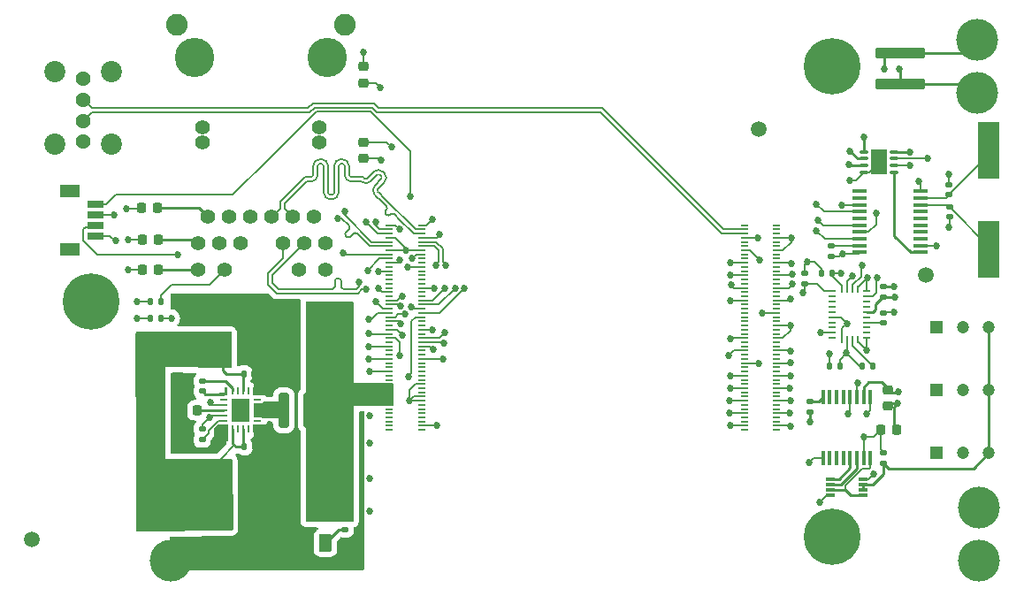
<source format=gtl>
G04 #@! TF.GenerationSoftware,KiCad,Pcbnew,8.0.8*
G04 #@! TF.CreationDate,2025-07-30T13:33:18+02:00*
G04 #@! TF.ProjectId,overlord,6f766572-6c6f-4726-942e-6b696361645f,rev?*
G04 #@! TF.SameCoordinates,Original*
G04 #@! TF.FileFunction,Copper,L1,Top*
G04 #@! TF.FilePolarity,Positive*
%FSLAX46Y46*%
G04 Gerber Fmt 4.6, Leading zero omitted, Abs format (unit mm)*
G04 Created by KiCad (PCBNEW 8.0.8) date 2025-07-30 13:33:18*
%MOMM*%
%LPD*%
G01*
G04 APERTURE LIST*
G04 Aperture macros list*
%AMRoundRect*
0 Rectangle with rounded corners*
0 $1 Rounding radius*
0 $2 $3 $4 $5 $6 $7 $8 $9 X,Y pos of 4 corners*
0 Add a 4 corners polygon primitive as box body*
4,1,4,$2,$3,$4,$5,$6,$7,$8,$9,$2,$3,0*
0 Add four circle primitives for the rounded corners*
1,1,$1+$1,$2,$3*
1,1,$1+$1,$4,$5*
1,1,$1+$1,$6,$7*
1,1,$1+$1,$8,$9*
0 Add four rect primitives between the rounded corners*
20,1,$1+$1,$2,$3,$4,$5,0*
20,1,$1+$1,$4,$5,$6,$7,0*
20,1,$1+$1,$6,$7,$8,$9,0*
20,1,$1+$1,$8,$9,$2,$3,0*%
%AMFreePoly0*
4,1,9,0.127000,-0.126998,0.635000,-0.126998,0.635000,-0.380998,0.127000,-0.380999,0.127000,-0.381000,-0.127000,-0.381000,-0.127000,0.381000,0.127000,0.381000,0.127000,-0.126998,0.127000,-0.126998,$1*%
%AMFreePoly1*
4,1,9,0.127000,-0.381000,-0.127000,-0.381000,-0.127000,-0.380999,-0.635000,-0.380998,-0.635000,-0.126998,-0.127000,-0.126998,-0.127000,0.381000,0.127000,0.381000,0.127000,-0.381000,0.127000,-0.381000,$1*%
%AMFreePoly2*
4,1,9,0.127000,-0.381000,-0.127000,-0.381000,-0.127000,0.126998,-0.635000,0.126998,-0.635000,0.380998,-0.127000,0.380999,-0.127000,0.381000,0.127000,0.381000,0.127000,-0.381000,0.127000,-0.381000,$1*%
%AMFreePoly3*
4,1,9,0.127000,0.380999,0.635000,0.380998,0.635000,0.126998,0.127000,0.126998,0.127000,-0.381000,-0.127000,-0.381000,-0.127000,0.381000,0.127000,0.381000,0.127000,0.380999,0.127000,0.380999,$1*%
G04 Aperture macros list end*
G04 #@! TA.AperFunction,SMDPad,CuDef*
%ADD10R,0.700000X0.200000*%
G04 #@! TD*
G04 #@! TA.AperFunction,SMDPad,CuDef*
%ADD11RoundRect,0.135000X-0.135000X-0.185000X0.135000X-0.185000X0.135000X0.185000X-0.135000X0.185000X0*%
G04 #@! TD*
G04 #@! TA.AperFunction,SMDPad,CuDef*
%ADD12C,1.500000*%
G04 #@! TD*
G04 #@! TA.AperFunction,SMDPad,CuDef*
%ADD13R,1.475000X0.450000*%
G04 #@! TD*
G04 #@! TA.AperFunction,ComponentPad*
%ADD14C,4.000000*%
G04 #@! TD*
G04 #@! TA.AperFunction,SMDPad,CuDef*
%ADD15RoundRect,0.250000X0.325000X1.100000X-0.325000X1.100000X-0.325000X-1.100000X0.325000X-1.100000X0*%
G04 #@! TD*
G04 #@! TA.AperFunction,ComponentPad*
%ADD16R,1.200000X1.200000*%
G04 #@! TD*
G04 #@! TA.AperFunction,ComponentPad*
%ADD17C,1.200000*%
G04 #@! TD*
G04 #@! TA.AperFunction,ComponentPad*
%ADD18C,1.397000*%
G04 #@! TD*
G04 #@! TA.AperFunction,ComponentPad*
%ADD19C,3.759200*%
G04 #@! TD*
G04 #@! TA.AperFunction,ComponentPad*
%ADD20C,2.082800*%
G04 #@! TD*
G04 #@! TA.AperFunction,SMDPad,CuDef*
%ADD21RoundRect,0.135000X-0.185000X0.135000X-0.185000X-0.135000X0.185000X-0.135000X0.185000X0.135000X0*%
G04 #@! TD*
G04 #@! TA.AperFunction,SMDPad,CuDef*
%ADD22RoundRect,0.225000X0.225000X0.250000X-0.225000X0.250000X-0.225000X-0.250000X0.225000X-0.250000X0*%
G04 #@! TD*
G04 #@! TA.AperFunction,SMDPad,CuDef*
%ADD23RoundRect,0.225000X-0.225000X-0.250000X0.225000X-0.250000X0.225000X0.250000X-0.225000X0.250000X0*%
G04 #@! TD*
G04 #@! TA.AperFunction,SMDPad,CuDef*
%ADD24RoundRect,0.140000X-0.170000X0.140000X-0.170000X-0.140000X0.170000X-0.140000X0.170000X0.140000X0*%
G04 #@! TD*
G04 #@! TA.AperFunction,SMDPad,CuDef*
%ADD25R,2.000000X5.500000*%
G04 #@! TD*
G04 #@! TA.AperFunction,ComponentPad*
%ADD26C,0.800000*%
G04 #@! TD*
G04 #@! TA.AperFunction,ComponentPad*
%ADD27C,5.400000*%
G04 #@! TD*
G04 #@! TA.AperFunction,SMDPad,CuDef*
%ADD28R,0.675000X0.254000*%
G04 #@! TD*
G04 #@! TA.AperFunction,SMDPad,CuDef*
%ADD29R,0.254000X0.675000*%
G04 #@! TD*
G04 #@! TA.AperFunction,SMDPad,CuDef*
%ADD30RoundRect,0.075000X0.350000X0.075000X-0.350000X0.075000X-0.350000X-0.075000X0.350000X-0.075000X0*%
G04 #@! TD*
G04 #@! TA.AperFunction,HeatsinkPad*
%ADD31R,1.600000X2.400000*%
G04 #@! TD*
G04 #@! TA.AperFunction,ComponentPad*
%ADD32C,1.431000*%
G04 #@! TD*
G04 #@! TA.AperFunction,ComponentPad*
%ADD33C,2.025000*%
G04 #@! TD*
G04 #@! TA.AperFunction,SMDPad,CuDef*
%ADD34RoundRect,0.140000X0.140000X0.170000X-0.140000X0.170000X-0.140000X-0.170000X0.140000X-0.170000X0*%
G04 #@! TD*
G04 #@! TA.AperFunction,SMDPad,CuDef*
%ADD35RoundRect,0.245000X-0.245000X-1.455000X0.245000X-1.455000X0.245000X1.455000X-0.245000X1.455000X0*%
G04 #@! TD*
G04 #@! TA.AperFunction,SMDPad,CuDef*
%ADD36RoundRect,0.135000X0.185000X-0.135000X0.185000X0.135000X-0.185000X0.135000X-0.185000X-0.135000X0*%
G04 #@! TD*
G04 #@! TA.AperFunction,SMDPad,CuDef*
%ADD37RoundRect,0.225000X0.250000X-0.225000X0.250000X0.225000X-0.250000X0.225000X-0.250000X-0.225000X0*%
G04 #@! TD*
G04 #@! TA.AperFunction,SMDPad,CuDef*
%ADD38RoundRect,0.140000X-0.140000X-0.170000X0.140000X-0.170000X0.140000X0.170000X-0.140000X0.170000X0*%
G04 #@! TD*
G04 #@! TA.AperFunction,SMDPad,CuDef*
%ADD39RoundRect,0.250000X-2.125000X0.275000X-2.125000X-0.275000X2.125000X-0.275000X2.125000X0.275000X0*%
G04 #@! TD*
G04 #@! TA.AperFunction,SMDPad,CuDef*
%ADD40RoundRect,0.250000X-0.325000X-0.650000X0.325000X-0.650000X0.325000X0.650000X-0.325000X0.650000X0*%
G04 #@! TD*
G04 #@! TA.AperFunction,SMDPad,CuDef*
%ADD41RoundRect,0.140000X0.170000X-0.140000X0.170000X0.140000X-0.170000X0.140000X-0.170000X-0.140000X0*%
G04 #@! TD*
G04 #@! TA.AperFunction,SMDPad,CuDef*
%ADD42RoundRect,0.250000X-0.375000X-0.625000X0.375000X-0.625000X0.375000X0.625000X-0.375000X0.625000X0*%
G04 #@! TD*
G04 #@! TA.AperFunction,SMDPad,CuDef*
%ADD43RoundRect,0.225000X-0.250000X0.225000X-0.250000X-0.225000X0.250000X-0.225000X0.250000X0.225000X0*%
G04 #@! TD*
G04 #@! TA.AperFunction,SMDPad,CuDef*
%ADD44R,0.450000X1.475000*%
G04 #@! TD*
G04 #@! TA.AperFunction,SMDPad,CuDef*
%ADD45R,0.850000X0.300000*%
G04 #@! TD*
G04 #@! TA.AperFunction,SMDPad,CuDef*
%ADD46R,1.549400X0.660400*%
G04 #@! TD*
G04 #@! TA.AperFunction,SMDPad,CuDef*
%ADD47R,1.905000X1.295400*%
G04 #@! TD*
G04 #@! TA.AperFunction,SMDPad,CuDef*
%ADD48FreePoly0,90.000000*%
G04 #@! TD*
G04 #@! TA.AperFunction,SMDPad,CuDef*
%ADD49R,0.762000X0.254000*%
G04 #@! TD*
G04 #@! TA.AperFunction,SMDPad,CuDef*
%ADD50FreePoly1,90.000000*%
G04 #@! TD*
G04 #@! TA.AperFunction,SMDPad,CuDef*
%ADD51R,0.254000X0.762000*%
G04 #@! TD*
G04 #@! TA.AperFunction,SMDPad,CuDef*
%ADD52FreePoly2,90.000000*%
G04 #@! TD*
G04 #@! TA.AperFunction,SMDPad,CuDef*
%ADD53FreePoly3,90.000000*%
G04 #@! TD*
G04 #@! TA.AperFunction,SMDPad,CuDef*
%ADD54R,1.701800X2.209800*%
G04 #@! TD*
G04 #@! TA.AperFunction,ViaPad*
%ADD55C,0.685800*%
G04 #@! TD*
G04 #@! TA.AperFunction,Conductor*
%ADD56C,0.254000*%
G04 #@! TD*
G04 #@! TA.AperFunction,Conductor*
%ADD57C,0.200000*%
G04 #@! TD*
G04 #@! TA.AperFunction,Conductor*
%ADD58C,0.160000*%
G04 #@! TD*
G04 APERTURE END LIST*
D10*
X104600000Y-74200000D03*
X107680000Y-74200000D03*
X104600000Y-74600000D03*
X107680000Y-74600000D03*
X104600000Y-75000000D03*
X107680000Y-75000000D03*
X104600000Y-75400000D03*
X107680000Y-75400000D03*
X104600000Y-75800000D03*
X107680000Y-75800000D03*
X104600000Y-76200000D03*
X107680000Y-76200000D03*
X104600000Y-76600000D03*
X107680000Y-76600000D03*
X104600000Y-77000000D03*
X107680000Y-77000000D03*
X104600000Y-77400000D03*
X107680000Y-77400000D03*
X104600000Y-77800000D03*
X107680000Y-77800000D03*
X104600000Y-78200000D03*
X107680000Y-78200000D03*
X104600000Y-78600000D03*
X107680000Y-78600000D03*
X104600000Y-79000000D03*
X107680000Y-79000000D03*
X104600000Y-79400000D03*
X107680000Y-79400000D03*
X104600000Y-79800000D03*
X107680000Y-79800000D03*
X104600000Y-80200000D03*
X107680000Y-80200000D03*
X104600000Y-80600000D03*
X107680000Y-80600000D03*
X104600000Y-81000000D03*
X107680000Y-81000000D03*
X104600000Y-81400000D03*
X107680000Y-81400000D03*
X104600000Y-81800000D03*
X107680000Y-81800000D03*
X104600000Y-82200000D03*
X107680000Y-82200000D03*
X104600000Y-82600000D03*
X107680000Y-82600000D03*
X104600000Y-83000000D03*
X107680000Y-83000000D03*
X104600000Y-83400000D03*
X107680000Y-83400000D03*
X104600000Y-83800000D03*
X107680000Y-83800000D03*
X104600000Y-84200000D03*
X107680000Y-84200000D03*
X104600000Y-84600000D03*
X107680000Y-84600000D03*
X104600000Y-85000000D03*
X107680000Y-85000000D03*
X104600000Y-85400000D03*
X107680000Y-85400000D03*
X104600000Y-85800000D03*
X107680000Y-85800000D03*
X104600000Y-86200000D03*
X107680000Y-86200000D03*
X104600000Y-86600000D03*
X107680000Y-86600000D03*
X104600000Y-87000000D03*
X107680000Y-87000000D03*
X104600000Y-87400000D03*
X107680000Y-87400000D03*
X104600000Y-87800000D03*
X107680000Y-87800000D03*
X104600000Y-88200000D03*
X107680000Y-88200000D03*
X104600000Y-88600000D03*
X107680000Y-88600000D03*
X104600000Y-89000000D03*
X107680000Y-89000000D03*
X104600000Y-89400000D03*
X107680000Y-89400000D03*
X104600000Y-89800000D03*
X107680000Y-89800000D03*
X104600000Y-90200000D03*
X107680000Y-90200000D03*
X104600000Y-90600000D03*
X107680000Y-90600000D03*
X104600000Y-91000000D03*
X107680000Y-91000000D03*
X104600000Y-91400000D03*
X107680000Y-91400000D03*
X104600000Y-91800000D03*
X107680000Y-91800000D03*
X104600000Y-92200000D03*
X107680000Y-92200000D03*
X104600000Y-92600000D03*
X107680000Y-92600000D03*
X104600000Y-93000000D03*
X107680000Y-93000000D03*
X104600000Y-93400000D03*
X107680000Y-93400000D03*
X104600000Y-93800000D03*
X107680000Y-93800000D03*
X138600000Y-74200000D03*
X141680000Y-74200000D03*
X138600000Y-74600000D03*
X141680000Y-74600000D03*
X138600000Y-75000000D03*
X141680000Y-75000000D03*
X138600000Y-75400000D03*
X141680000Y-75400000D03*
X138600000Y-75800000D03*
X141680000Y-75800000D03*
X138600000Y-76200000D03*
X141680000Y-76200000D03*
X138600000Y-76600000D03*
X141680000Y-76600000D03*
X138600000Y-77000000D03*
X141680000Y-77000000D03*
X138600000Y-77400000D03*
X141680000Y-77400000D03*
X138600000Y-77800000D03*
X141680000Y-77800000D03*
X138600000Y-78200000D03*
X141680000Y-78200000D03*
X138600000Y-78600000D03*
X141680000Y-78600000D03*
X138600000Y-79000000D03*
X141680000Y-79000000D03*
X138600000Y-79400000D03*
X141680000Y-79400000D03*
X138600000Y-79800000D03*
X141680000Y-79800000D03*
X138600000Y-80200000D03*
X141680000Y-80200000D03*
X138600000Y-80600000D03*
X141680000Y-80600000D03*
X138600000Y-81000000D03*
X141680000Y-81000000D03*
X138600000Y-81400000D03*
X141680000Y-81400000D03*
X138600000Y-81800000D03*
X141680000Y-81800000D03*
X138600000Y-82200000D03*
X141680000Y-82200000D03*
X138600000Y-82600000D03*
X141680000Y-82600000D03*
X138600000Y-83000000D03*
X141680000Y-83000000D03*
X138600000Y-83400000D03*
X141680000Y-83400000D03*
X138600000Y-83800000D03*
X141680000Y-83800000D03*
X138600000Y-84200000D03*
X141680000Y-84200000D03*
X138600000Y-84600000D03*
X141680000Y-84600000D03*
X138600000Y-85000000D03*
X141680000Y-85000000D03*
X138600000Y-85400000D03*
X141680000Y-85400000D03*
X138600000Y-85800000D03*
X141680000Y-85800000D03*
X138600000Y-86200000D03*
X141680000Y-86200000D03*
X138600000Y-86600000D03*
X141680000Y-86600000D03*
X138600000Y-87000000D03*
X141680000Y-87000000D03*
X138600000Y-87400000D03*
X141680000Y-87400000D03*
X138600000Y-87800000D03*
X141680000Y-87800000D03*
X138600000Y-88200000D03*
X141680000Y-88200000D03*
X138600000Y-88600000D03*
X141680000Y-88600000D03*
X138600000Y-89000000D03*
X141680000Y-89000000D03*
X138600000Y-89400000D03*
X141680000Y-89400000D03*
X138600000Y-89800000D03*
X141680000Y-89800000D03*
X138600000Y-90200000D03*
X141680000Y-90200000D03*
X138600000Y-90600000D03*
X141680000Y-90600000D03*
X138600000Y-91000000D03*
X141680000Y-91000000D03*
X138600000Y-91400000D03*
X141680000Y-91400000D03*
X138600000Y-91800000D03*
X141680000Y-91800000D03*
X138600000Y-92200000D03*
X141680000Y-92200000D03*
X138600000Y-92600000D03*
X141680000Y-92600000D03*
X138600000Y-93000000D03*
X141680000Y-93000000D03*
X138600000Y-93400000D03*
X141680000Y-93400000D03*
X138600000Y-93800000D03*
X141680000Y-93800000D03*
D11*
X81680000Y-81500000D03*
X82700000Y-81500000D03*
D12*
X156000000Y-79000000D03*
D13*
X155491500Y-76800000D03*
X155491500Y-76150000D03*
X155491500Y-75500000D03*
X155491500Y-74850000D03*
X155491500Y-74200000D03*
X155491500Y-73550000D03*
X155491500Y-72900000D03*
X155491500Y-72250000D03*
X155491500Y-71600000D03*
X155491500Y-70950000D03*
X149615500Y-70950000D03*
X149615500Y-71600000D03*
X149615500Y-72250000D03*
X149615500Y-72900000D03*
X149615500Y-73550000D03*
X149615500Y-74200000D03*
X149615500Y-74850000D03*
X149615500Y-75500000D03*
X149615500Y-76150000D03*
X149615500Y-76800000D03*
D14*
X160900000Y-56420000D03*
X160900000Y-61500000D03*
D11*
X145935000Y-78800000D03*
X146955000Y-78800000D03*
D15*
X98123000Y-100415000D03*
X95173000Y-100415000D03*
D16*
X157000000Y-84000000D03*
D17*
X159500000Y-84000000D03*
X162000000Y-84000000D03*
D18*
X87237000Y-73410000D03*
X89267000Y-73410000D03*
X91297000Y-73410000D03*
X93327000Y-73410000D03*
X95357000Y-73410000D03*
X97387000Y-73410000D03*
X86280500Y-75950000D03*
X88310500Y-75950000D03*
X90340500Y-75950000D03*
X94410500Y-75950000D03*
X96440500Y-75950000D03*
X98470500Y-75950000D03*
X86280500Y-78490000D03*
X88820500Y-78490000D03*
X95930508Y-78490000D03*
X98470508Y-78490000D03*
X86724000Y-66300000D03*
X97900000Y-66300000D03*
X86724000Y-64830000D03*
X97900000Y-64830000D03*
D19*
X98662000Y-58170000D03*
X85962000Y-58170000D03*
D20*
X100377000Y-54990000D03*
X84247000Y-54990000D03*
D21*
X151916586Y-95951786D03*
X151916586Y-96971786D03*
D22*
X82475000Y-75600000D03*
X80925000Y-75600000D03*
D23*
X151624186Y-93820186D03*
X153174186Y-93820186D03*
D21*
X151900000Y-80080000D03*
X151900000Y-81100000D03*
D24*
X158200000Y-70320000D03*
X158200000Y-71280000D03*
D11*
X81690000Y-83100000D03*
X82710000Y-83100000D03*
D16*
X157000000Y-90000000D03*
D17*
X159500000Y-90000000D03*
X162000000Y-90000000D03*
D25*
X162012500Y-67050000D03*
X162012500Y-76550000D03*
D26*
X144975000Y-104000000D03*
X145568109Y-102568109D03*
X145568109Y-105431891D03*
X147000000Y-101975000D03*
D27*
X147000000Y-104000000D03*
D26*
X147000000Y-106025000D03*
X148431891Y-102568109D03*
X148431891Y-105431891D03*
X149025000Y-104000000D03*
D28*
X147005000Y-85000000D03*
D29*
X147917500Y-85137500D03*
X148417500Y-85137500D03*
X148917500Y-85137500D03*
X149417500Y-85137500D03*
D28*
X150330000Y-85000000D03*
X150330000Y-84500000D03*
X150330000Y-84000000D03*
X150330000Y-83500000D03*
X150330000Y-83000000D03*
X150330000Y-82500000D03*
X150330000Y-82000000D03*
X150330000Y-81500000D03*
X150330000Y-81000000D03*
X150330000Y-80500000D03*
D29*
X149417500Y-80362500D03*
X148917500Y-80362500D03*
X148417500Y-80362500D03*
X147917500Y-80362500D03*
D28*
X147005000Y-80500000D03*
X147005000Y-81000000D03*
X147005000Y-81500000D03*
X147005000Y-82000000D03*
X147005000Y-82500000D03*
X147005000Y-83000000D03*
X147005000Y-83500000D03*
X147005000Y-84000000D03*
X147005000Y-84500000D03*
D22*
X86173000Y-91915000D03*
X84623000Y-91915000D03*
D14*
X83673000Y-101225000D03*
X83673000Y-106305000D03*
D30*
X152953500Y-69125000D03*
X152953500Y-68475000D03*
X152953500Y-67825000D03*
X152953500Y-67175000D03*
X150053500Y-67175000D03*
X150053500Y-67825000D03*
X150053500Y-68475000D03*
X150053500Y-69125000D03*
D31*
X151503500Y-68150000D03*
D26*
X144975000Y-59000000D03*
X145568109Y-57568109D03*
X145568109Y-60431891D03*
X147000000Y-56975000D03*
D27*
X147000000Y-59000000D03*
D26*
X147000000Y-61025000D03*
X148431891Y-57568109D03*
X148431891Y-60431891D03*
X149025000Y-59000000D03*
D12*
X70400000Y-104300000D03*
D24*
X86673000Y-89135000D03*
X86673000Y-90095000D03*
D14*
X161000000Y-101260000D03*
X161000000Y-106340000D03*
D22*
X82475000Y-78500000D03*
X80925000Y-78500000D03*
D32*
X75300000Y-60204000D03*
X75300000Y-62204000D03*
X75300000Y-64204000D03*
X75300000Y-66204000D03*
D33*
X78020000Y-66474000D03*
X78020000Y-59474000D03*
X72580000Y-66474000D03*
X72580000Y-59474000D03*
D34*
X147725000Y-87700000D03*
X146765000Y-87700000D03*
D35*
X94488000Y-91915000D03*
X96858000Y-91915000D03*
D36*
X146900000Y-77210000D03*
X146900000Y-76190000D03*
D37*
X102100000Y-60575000D03*
X102100000Y-59025000D03*
D38*
X90713000Y-95415000D03*
X91673000Y-95415000D03*
D39*
X153500000Y-57750000D03*
X153500000Y-60700000D03*
D40*
X88688000Y-85915000D03*
X91638000Y-85915000D03*
D37*
X152322986Y-91521786D03*
X152322986Y-89971786D03*
D41*
X151910000Y-83530000D03*
X151910000Y-82570000D03*
D12*
X140000000Y-65000000D03*
D42*
X95673000Y-104615000D03*
X98473000Y-104615000D03*
D21*
X144400000Y-78790000D03*
X144400000Y-79810000D03*
D15*
X98073000Y-83415000D03*
X95123000Y-83415000D03*
D43*
X102100000Y-66225000D03*
X102100000Y-67775000D03*
D22*
X82375000Y-72500000D03*
X80825000Y-72500000D03*
D44*
X150658386Y-90645586D03*
X150008386Y-90645586D03*
X149358386Y-90645586D03*
X148708386Y-90645586D03*
X148058386Y-90645586D03*
X147408386Y-90645586D03*
X146758386Y-90645586D03*
X146108386Y-90645586D03*
X146108386Y-96521586D03*
X146758386Y-96521586D03*
X147408386Y-96521586D03*
X148058386Y-96521586D03*
X148708386Y-96521586D03*
X149358386Y-96521586D03*
X150008386Y-96521586D03*
X150658386Y-96521586D03*
D45*
X149983386Y-100016586D03*
X149983386Y-99516586D03*
X149983386Y-99016586D03*
X149983386Y-98516586D03*
X146833386Y-98516586D03*
X146833386Y-99016586D03*
X146833386Y-99516586D03*
X146833386Y-100016586D03*
D36*
X86673000Y-94725000D03*
X86673000Y-93705000D03*
D26*
X73975000Y-81500000D03*
X74568109Y-80068109D03*
X74568109Y-82931891D03*
X76000000Y-79475000D03*
D27*
X76000000Y-81500000D03*
D26*
X76000000Y-83525000D03*
X77431891Y-80068109D03*
X77431891Y-82931891D03*
X78025000Y-81500000D03*
D36*
X144880786Y-92069586D03*
X144880786Y-91049586D03*
D41*
X158212500Y-73380000D03*
X158212500Y-72420000D03*
D36*
X100373000Y-103325000D03*
X100373000Y-102305000D03*
D15*
X98098000Y-86915000D03*
X95148000Y-86915000D03*
D46*
X76472201Y-75200000D03*
X76472201Y-74199999D03*
X76472201Y-73200001D03*
X76472201Y-72200000D03*
D47*
X74002201Y-76499999D03*
X74002201Y-70900001D03*
D40*
X88443000Y-97870000D03*
X91393000Y-97870000D03*
D48*
X88772999Y-90414496D03*
D49*
X88772999Y-90914622D03*
X88772999Y-91414748D03*
X88772999Y-91914874D03*
X88772999Y-92415000D03*
X88772999Y-92915126D03*
D50*
X88772999Y-93415252D03*
D51*
X89597811Y-93739874D03*
X90097937Y-93739874D03*
X90598063Y-93739874D03*
X91098189Y-93739874D03*
D52*
X91923001Y-93415252D03*
D49*
X91923001Y-92915126D03*
X91923001Y-92415000D03*
X91923001Y-91914874D03*
X91923001Y-91414748D03*
X91923001Y-90914622D03*
D53*
X91923001Y-90414496D03*
D51*
X91098189Y-90089874D03*
X90598063Y-90089874D03*
X90097937Y-90089874D03*
X89597811Y-90089874D03*
D54*
X90348000Y-91914874D03*
D11*
X149880000Y-87700000D03*
X150900000Y-87700000D03*
D15*
X98123000Y-96915000D03*
X95173000Y-96915000D03*
D16*
X157000000Y-96000000D03*
D17*
X159500000Y-96000000D03*
X162000000Y-96000000D03*
D38*
X90673000Y-88415000D03*
X91633000Y-88415000D03*
D55*
X137243000Y-81405000D03*
X102653000Y-86995000D03*
X103563000Y-78595000D03*
X79400000Y-72600000D03*
X93673000Y-96265000D03*
X91748000Y-82540000D03*
X151500000Y-68900000D03*
X102673000Y-88190000D03*
X158200000Y-69300000D03*
X105600000Y-74600000D03*
X154453500Y-68475000D03*
X84698000Y-94350000D03*
X143033000Y-81285000D03*
X91723000Y-83890000D03*
X93673000Y-99265000D03*
X148400000Y-83600000D03*
X140273000Y-82645000D03*
X90373000Y-92665000D03*
X109133000Y-93395000D03*
X143133000Y-77825000D03*
X144804586Y-96893586D03*
X109400000Y-75100000D03*
X106200000Y-76600000D03*
X93673000Y-87265000D03*
X137293000Y-79925000D03*
X137203000Y-92195000D03*
X137233000Y-77775000D03*
X91573000Y-99715000D03*
X142983000Y-86235000D03*
X137253000Y-78985000D03*
X152890000Y-82510000D03*
X93673000Y-82265000D03*
X142963000Y-89805000D03*
X150951386Y-98036586D03*
X146725000Y-86500000D03*
X139900000Y-75400000D03*
X137213000Y-93365000D03*
X93673000Y-100265000D03*
X158200000Y-74400000D03*
X93673000Y-86265000D03*
X143003000Y-88625000D03*
X106700000Y-82000000D03*
X153262786Y-91229386D03*
X93673000Y-88265000D03*
X102673000Y-92440000D03*
X137223000Y-85055000D03*
X140053000Y-77525000D03*
X84698000Y-89650000D03*
X137203000Y-91015000D03*
X93673000Y-83265000D03*
X93673000Y-85265000D03*
X139923000Y-87405000D03*
X151500000Y-67400000D03*
X108800000Y-86100000D03*
X137223000Y-89815000D03*
X92998000Y-95540000D03*
X150380000Y-79230000D03*
X142973000Y-87385000D03*
X93673000Y-97265000D03*
X93173000Y-90265000D03*
X108700000Y-84200000D03*
X102673000Y-101565000D03*
X143153000Y-79845000D03*
X142973000Y-90975000D03*
X143003000Y-93425000D03*
X78200000Y-73200000D03*
X93673000Y-101265000D03*
X142953000Y-92175000D03*
X93173000Y-93265000D03*
X143063000Y-75435000D03*
X89873000Y-91914874D03*
X155253500Y-69975000D03*
X137103000Y-86675000D03*
X142993000Y-83805000D03*
X103553000Y-80255000D03*
X102613000Y-83200000D03*
X108900000Y-80200000D03*
X102673000Y-98440000D03*
X102633000Y-84595000D03*
X91623000Y-100915000D03*
X79600000Y-78500000D03*
X143143000Y-78915000D03*
X90823000Y-91915000D03*
X102100000Y-57600000D03*
X109700000Y-87000000D03*
X93673000Y-98265000D03*
X148700000Y-69900000D03*
X90348000Y-91165000D03*
X108700000Y-73600000D03*
X93673000Y-84265000D03*
X103800000Y-68000000D03*
X137223000Y-88615000D03*
X148930000Y-79070000D03*
X106363000Y-78225000D03*
X79600000Y-75600000D03*
X102653000Y-85805000D03*
X150300000Y-86200000D03*
X102673000Y-95090000D03*
X145800000Y-100700000D03*
X99600000Y-93300000D03*
X99623000Y-94965000D03*
X87458000Y-91180000D03*
X87368000Y-92590000D03*
X99800000Y-88600000D03*
X99700000Y-84900000D03*
X150000000Y-94500000D03*
X78400000Y-75700000D03*
X156100000Y-67800000D03*
X152900000Y-80050000D03*
X144855386Y-93058186D03*
X148370000Y-86450000D03*
X106503000Y-91005000D03*
X144600000Y-77700000D03*
X150053500Y-65775000D03*
X148000000Y-76900000D03*
X153313586Y-90162586D03*
X145900000Y-84500000D03*
X105700000Y-81900000D03*
X145500000Y-74700000D03*
X109800000Y-85500000D03*
X144200000Y-80700000D03*
X105800000Y-81000000D03*
X153000000Y-81100000D03*
X151340000Y-79220000D03*
X105700000Y-83600000D03*
X106100000Y-82700000D03*
X149825000Y-78050000D03*
X109900000Y-84500000D03*
X147845000Y-78800000D03*
X153400000Y-59200000D03*
X148553500Y-68375000D03*
X152000000Y-59200000D03*
X148653500Y-67075000D03*
X156953500Y-76175000D03*
X154453500Y-67175000D03*
X147953500Y-72275000D03*
X103300000Y-81500000D03*
X104800000Y-66700000D03*
X151200000Y-73000000D03*
X110900000Y-80200000D03*
X145500000Y-72200000D03*
X109900000Y-80200000D03*
X111800000Y-80200000D03*
X145600000Y-73700000D03*
X105600000Y-86700000D03*
X148500000Y-92300000D03*
X149400000Y-89300000D03*
X105800000Y-84700000D03*
X106400000Y-88700000D03*
X150300000Y-92300000D03*
X103700000Y-61000000D03*
X109030100Y-78000000D03*
X101667730Y-79667730D03*
X99660570Y-73525110D03*
X103269900Y-73900000D03*
X102330100Y-73900000D03*
X109969900Y-78000000D03*
X102332270Y-80332270D03*
X100325110Y-72860570D03*
X83700000Y-83100000D03*
X102519152Y-78519152D03*
X80400000Y-83100000D03*
X80400000Y-81500000D03*
X100200000Y-76882100D03*
X84300000Y-77000000D03*
X105600000Y-77500000D03*
X106600000Y-71400000D03*
X106800000Y-77400000D03*
D56*
X88772999Y-91914874D02*
X86173126Y-91914874D01*
X86173126Y-91914874D02*
X86173000Y-91915000D01*
X88772873Y-91915000D02*
X88772999Y-91914874D01*
D57*
X143028000Y-75400000D02*
X143063000Y-75435000D01*
X141680000Y-83800000D02*
X142988000Y-83800000D01*
D56*
X152879186Y-93820186D02*
X152879186Y-91612986D01*
D57*
X138600000Y-88600000D02*
X137238000Y-88600000D01*
X148930000Y-79070000D02*
X148417500Y-79582500D01*
X102683000Y-88200000D02*
X102673000Y-88190000D01*
X142993000Y-84287000D02*
X142993000Y-83805000D01*
X79600000Y-75600000D02*
X80925000Y-75600000D01*
X137238000Y-88600000D02*
X137223000Y-88615000D01*
X138600000Y-93400000D02*
X137248000Y-93400000D01*
X76472201Y-73200001D02*
X78199999Y-73200001D01*
X146725000Y-86500000D02*
X146725000Y-87660000D01*
X137578000Y-86200000D02*
X137103000Y-86675000D01*
X108500000Y-85800000D02*
X108800000Y-86100000D01*
X79600000Y-78500000D02*
X80925000Y-78500000D01*
X150471386Y-98516586D02*
X150951386Y-98036586D01*
X79400000Y-72600000D02*
X80725000Y-72600000D01*
X141680000Y-87400000D02*
X142958000Y-87400000D01*
X137208000Y-92200000D02*
X137203000Y-92195000D01*
X152953500Y-68475000D02*
X154453500Y-68475000D01*
X158200000Y-70320000D02*
X158200000Y-69300000D01*
X141680000Y-89800000D02*
X142958000Y-89800000D01*
X142798000Y-80200000D02*
X143153000Y-79845000D01*
X137268000Y-79000000D02*
X137253000Y-78985000D01*
X103898000Y-80600000D02*
X103553000Y-80255000D01*
X149983386Y-98516586D02*
X150471386Y-98516586D01*
X142948000Y-86200000D02*
X142983000Y-86235000D01*
X78199999Y-73200001D02*
X78200000Y-73200000D01*
X142280000Y-85000000D02*
X142993000Y-84287000D01*
X142958000Y-89800000D02*
X142963000Y-89805000D01*
X142978000Y-88600000D02*
X143003000Y-88625000D01*
X138600000Y-91000000D02*
X137218000Y-91000000D01*
X142918000Y-81400000D02*
X143033000Y-81285000D01*
X149417500Y-85137500D02*
X149417500Y-85317500D01*
X102658000Y-87000000D02*
X102653000Y-86995000D01*
X141680000Y-92200000D02*
X142928000Y-92200000D01*
X109100000Y-75400000D02*
X109400000Y-75100000D01*
X148700000Y-69900000D02*
X149278500Y-69900000D01*
X102638000Y-84600000D02*
X102633000Y-84595000D01*
X150330000Y-86170000D02*
X150300000Y-86200000D01*
X138600000Y-77800000D02*
X137258000Y-77800000D01*
X104600000Y-84600000D02*
X102638000Y-84600000D01*
X141680000Y-82600000D02*
X140318000Y-82600000D01*
X141680000Y-85000000D02*
X142280000Y-85000000D01*
X146725000Y-87660000D02*
X146765000Y-87700000D01*
X141680000Y-77800000D02*
X143108000Y-77800000D01*
X142948000Y-91000000D02*
X142973000Y-90975000D01*
X107680000Y-87000000D02*
X109700000Y-87000000D01*
X141680000Y-76600000D02*
X142280000Y-76600000D01*
X138600000Y-85000000D02*
X137278000Y-85000000D01*
X105200000Y-75400000D02*
X106200000Y-76400000D01*
X150330000Y-85000000D02*
X150330000Y-86170000D01*
X137248000Y-93400000D02*
X137213000Y-93365000D01*
X149417500Y-85317500D02*
X150300000Y-86200000D01*
X104600000Y-87000000D02*
X102658000Y-87000000D01*
X142280000Y-76600000D02*
X143063000Y-75817000D01*
X141680000Y-75400000D02*
X143028000Y-75400000D01*
X103575000Y-67775000D02*
X103800000Y-68000000D01*
X149417500Y-80362500D02*
X149417500Y-80192500D01*
X104600000Y-88200000D02*
X102683000Y-88200000D01*
X109128000Y-93400000D02*
X109133000Y-93395000D01*
X138600000Y-92200000D02*
X137208000Y-92200000D01*
X155491500Y-70950000D02*
X155491500Y-70213000D01*
D56*
X152879186Y-91612986D02*
X153262786Y-91229386D01*
D57*
X138600000Y-76600000D02*
X139128000Y-76600000D01*
X142928000Y-92200000D02*
X142953000Y-92175000D01*
X143108000Y-77800000D02*
X143133000Y-77825000D01*
X138600000Y-89800000D02*
X137238000Y-89800000D01*
X151970000Y-82510000D02*
X151910000Y-82570000D01*
X104600000Y-78600000D02*
X103568000Y-78600000D01*
X150330000Y-80500000D02*
X150330000Y-79280000D01*
X139128000Y-76600000D02*
X140053000Y-77525000D01*
X102100000Y-67775000D02*
X103575000Y-67775000D01*
X138600000Y-87400000D02*
X139918000Y-87400000D01*
X149278500Y-69900000D02*
X150053500Y-69125000D01*
X146108386Y-96521586D02*
X145176586Y-96521586D01*
X142988000Y-83800000D02*
X142993000Y-83805000D01*
X141680000Y-91000000D02*
X142948000Y-91000000D01*
X143063000Y-75817000D02*
X143063000Y-75435000D01*
X107680000Y-84200000D02*
X108700000Y-84200000D01*
D56*
X152322986Y-91226786D02*
X153260186Y-91226786D01*
D57*
X104600000Y-76600000D02*
X106200000Y-76600000D01*
X103568000Y-78600000D02*
X103563000Y-78595000D01*
X158212500Y-74387500D02*
X158200000Y-74400000D01*
X150330000Y-79280000D02*
X150380000Y-79230000D01*
X141680000Y-93400000D02*
X142978000Y-93400000D01*
X142978000Y-93400000D02*
X143003000Y-93425000D01*
X141680000Y-88600000D02*
X142978000Y-88600000D01*
X104600000Y-75400000D02*
X105200000Y-75400000D01*
X137568000Y-80200000D02*
X137293000Y-79925000D01*
X147800000Y-83000000D02*
X148400000Y-83600000D01*
X137258000Y-77800000D02*
X137233000Y-77775000D01*
X102658000Y-85800000D02*
X102653000Y-85805000D01*
X102613000Y-83200000D02*
X102900000Y-83200000D01*
X140318000Y-82600000D02*
X140273000Y-82645000D01*
X139918000Y-87400000D02*
X139923000Y-87405000D01*
X145176586Y-96521586D02*
X144804586Y-96893586D01*
X108100000Y-74200000D02*
X108700000Y-73600000D01*
X137248000Y-81400000D02*
X137243000Y-81405000D01*
X106388000Y-78200000D02*
X106363000Y-78225000D01*
X155491500Y-70213000D02*
X155253500Y-69975000D01*
X106900000Y-82200000D02*
X106700000Y-82000000D01*
X107680000Y-82200000D02*
X106900000Y-82200000D01*
X138600000Y-75400000D02*
X139900000Y-75400000D01*
X141680000Y-79000000D02*
X143058000Y-79000000D01*
X103500000Y-82600000D02*
X104600000Y-82600000D01*
X104600000Y-85800000D02*
X102658000Y-85800000D01*
X106200000Y-76400000D02*
X106200000Y-76600000D01*
X143058000Y-79000000D02*
X143143000Y-78915000D01*
X137278000Y-85000000D02*
X137223000Y-85055000D01*
X150528500Y-69125000D02*
X151503500Y-68150000D01*
X138600000Y-86200000D02*
X137578000Y-86200000D01*
X104600000Y-80600000D02*
X103898000Y-80600000D01*
X141680000Y-81400000D02*
X142918000Y-81400000D01*
X147917500Y-84082500D02*
X148400000Y-83600000D01*
X102900000Y-83200000D02*
X103500000Y-82600000D01*
X138600000Y-79000000D02*
X137268000Y-79000000D01*
X104600000Y-74200000D02*
X105200000Y-74200000D01*
X141680000Y-80200000D02*
X142798000Y-80200000D01*
X105200000Y-74200000D02*
X105600000Y-74600000D01*
X107680000Y-80200000D02*
X108900000Y-80200000D01*
X141680000Y-86200000D02*
X142948000Y-86200000D01*
X158212500Y-73380000D02*
X158212500Y-74387500D01*
D56*
X153260186Y-91226786D02*
X153262786Y-91229386D01*
D57*
X147005000Y-83000000D02*
X147800000Y-83000000D01*
X107680000Y-75400000D02*
X109100000Y-75400000D01*
X138600000Y-80200000D02*
X137568000Y-80200000D01*
X107685000Y-93395000D02*
X107680000Y-93400000D01*
X80725000Y-72600000D02*
X80825000Y-72500000D01*
X149417500Y-80192500D02*
X150380000Y-79230000D01*
X150053500Y-69125000D02*
X150528500Y-69125000D01*
X138600000Y-81400000D02*
X137248000Y-81400000D01*
X147917500Y-85137500D02*
X147917500Y-84082500D01*
X107680000Y-74200000D02*
X108100000Y-74200000D01*
X152890000Y-82510000D02*
X151970000Y-82510000D01*
X107680000Y-78200000D02*
X106388000Y-78200000D01*
X107680000Y-93400000D02*
X109128000Y-93400000D01*
X137238000Y-89800000D02*
X137223000Y-89815000D01*
X142958000Y-87400000D02*
X142973000Y-87385000D01*
X107680000Y-76600000D02*
X106200000Y-76600000D01*
X148417500Y-79582500D02*
X148417500Y-80362500D01*
X107680000Y-85800000D02*
X108500000Y-85800000D01*
X137218000Y-91000000D02*
X137203000Y-91015000D01*
X102100000Y-57600000D02*
X102100000Y-59025000D01*
X88443000Y-96535000D02*
X89718000Y-95260000D01*
D56*
X90598063Y-93739874D02*
X90598063Y-95300063D01*
X89597811Y-95139811D02*
X89718000Y-95260000D01*
X90673000Y-88415000D02*
X89023000Y-88415000D01*
X90598063Y-88489937D02*
X90598063Y-90089874D01*
X90673000Y-88415000D02*
X90598063Y-88489937D01*
D57*
X88443000Y-97870000D02*
X88443000Y-96535000D01*
D56*
X89597811Y-93739874D02*
X89597811Y-95139811D01*
X89718000Y-95260000D02*
X89873000Y-95415000D01*
X89023000Y-88415000D02*
X88688000Y-88080000D01*
X89873000Y-95415000D02*
X90713000Y-95415000D01*
X88688000Y-88080000D02*
X88688000Y-85915000D01*
X90598063Y-95300063D02*
X90713000Y-95415000D01*
X86992496Y-90414496D02*
X86673000Y-90095000D01*
X88772999Y-90414496D02*
X86992496Y-90414496D01*
X89597811Y-90089874D02*
X89597811Y-89789146D01*
X88943665Y-89135000D02*
X86673000Y-89135000D01*
X89597811Y-89789146D02*
X88943665Y-89135000D01*
D57*
X78400000Y-75700000D02*
X78300000Y-75700000D01*
X146833386Y-100016586D02*
X146483414Y-100016586D01*
X88772999Y-92415000D02*
X87543000Y-92415000D01*
X152953500Y-67825000D02*
X156075000Y-67825000D01*
X146483414Y-100016586D02*
X145800000Y-100700000D01*
X156075000Y-67825000D02*
X156100000Y-67800000D01*
X77800000Y-75200000D02*
X76472201Y-75200000D01*
X151624186Y-95659386D02*
X151916586Y-95951786D01*
X86673000Y-93285000D02*
X87368000Y-92590000D01*
X150000000Y-94500000D02*
X150944372Y-94500000D01*
X86673000Y-93705000D02*
X86673000Y-93285000D01*
X78300000Y-75700000D02*
X77800000Y-75200000D01*
X151624186Y-93820186D02*
X151624186Y-95659386D01*
X87543000Y-92415000D02*
X87368000Y-92590000D01*
X150008386Y-96521586D02*
X150008386Y-94508386D01*
X150008386Y-94508386D02*
X150000000Y-94500000D01*
X87692748Y-91414748D02*
X87458000Y-91180000D01*
X88772999Y-91414748D02*
X87692748Y-91414748D01*
X150944372Y-94500000D02*
X151624186Y-93820186D01*
D56*
X99763000Y-103325000D02*
X98473000Y-104615000D01*
X100373000Y-103325000D02*
X99763000Y-103325000D01*
D57*
X107680000Y-84600000D02*
X107702900Y-84577100D01*
X87273000Y-93834125D02*
X87273000Y-94125000D01*
X88191999Y-92915126D02*
X87273000Y-93834125D01*
X87273000Y-94125000D02*
X86673000Y-94725000D01*
X88772999Y-92915126D02*
X88191999Y-92915126D01*
X151880000Y-83500000D02*
X151910000Y-83530000D01*
X150330000Y-83500000D02*
X151880000Y-83500000D01*
D56*
X152322986Y-90266786D02*
X153209386Y-90266786D01*
D57*
X144400000Y-78790000D02*
X144400000Y-77900000D01*
D56*
X150053500Y-67175000D02*
X150053500Y-65775000D01*
D57*
X148417500Y-86402500D02*
X148370000Y-86450000D01*
X149620000Y-87700000D02*
X148370000Y-86450000D01*
D56*
X150008386Y-90645586D02*
X150008386Y-89683186D01*
D57*
X107080000Y-89400000D02*
X106503000Y-89977000D01*
X106908000Y-90600000D02*
X106503000Y-91005000D01*
X144400000Y-77900000D02*
X144600000Y-77700000D01*
X148417500Y-85137500D02*
X148417500Y-86402500D01*
D56*
X151764186Y-89222786D02*
X152322986Y-89781586D01*
X151930000Y-80050000D02*
X151900000Y-80080000D01*
D57*
X107680000Y-90600000D02*
X106908000Y-90600000D01*
X146910000Y-77200000D02*
X146900000Y-77210000D01*
X106503000Y-89977000D02*
X106503000Y-91005000D01*
X149880000Y-87700000D02*
X149620000Y-87700000D01*
X106508000Y-91000000D02*
X106503000Y-91005000D01*
X145935000Y-78800000D02*
X145935000Y-78335000D01*
X107685000Y-90995000D02*
X107680000Y-91000000D01*
X147700000Y-77200000D02*
X146910000Y-77200000D01*
D56*
X82475000Y-78500000D02*
X86270500Y-78500000D01*
X86270500Y-78500000D02*
X86280500Y-78490000D01*
D57*
X148000000Y-76900000D02*
X147700000Y-77200000D01*
D56*
X153209386Y-90266786D02*
X153313586Y-90162586D01*
D57*
X107680000Y-91000000D02*
X106508000Y-91000000D01*
D56*
X144880786Y-92069586D02*
X144880786Y-93032786D01*
X152900000Y-80050000D02*
X151930000Y-80050000D01*
D57*
X148000000Y-76900000D02*
X149515500Y-76900000D01*
D56*
X144880786Y-93032786D02*
X144855386Y-93058186D01*
X152322986Y-89781586D02*
X152322986Y-90266786D01*
D57*
X107680000Y-89400000D02*
X107080000Y-89400000D01*
X147725000Y-87700000D02*
X147725000Y-87095000D01*
D56*
X150468786Y-89222786D02*
X151764186Y-89222786D01*
X150008386Y-89683186D02*
X150468786Y-89222786D01*
D57*
X145935000Y-78335000D02*
X145300000Y-77700000D01*
X149515500Y-76900000D02*
X149615500Y-76800000D01*
X145300000Y-77700000D02*
X144600000Y-77700000D01*
X145900000Y-84500000D02*
X147005000Y-84500000D01*
X147725000Y-87095000D02*
X148370000Y-86450000D01*
X146300000Y-75500000D02*
X149615500Y-75500000D01*
X105600000Y-81800000D02*
X105700000Y-81900000D01*
X104600000Y-81800000D02*
X105600000Y-81800000D01*
X145500000Y-74700000D02*
X146300000Y-75500000D01*
X144400000Y-79810000D02*
X144400000Y-80500000D01*
X144400000Y-80500000D02*
X144200000Y-80700000D01*
X107680000Y-85400000D02*
X109700000Y-85400000D01*
X144400000Y-79810000D02*
X145510000Y-79810000D01*
X146200000Y-80500000D02*
X147005000Y-80500000D01*
X145510000Y-79810000D02*
X146200000Y-80500000D01*
X109700000Y-85400000D02*
X109800000Y-85500000D01*
D56*
X151150000Y-82248500D02*
X151150000Y-81750000D01*
X151900000Y-81100000D02*
X153000000Y-81100000D01*
X150330000Y-82500000D02*
X150898500Y-82500000D01*
X151150000Y-81750000D02*
X151800000Y-81100000D01*
D57*
X105726157Y-81000000D02*
X105800000Y-81000000D01*
D56*
X151800000Y-81100000D02*
X151900000Y-81100000D01*
X150898500Y-82500000D02*
X151150000Y-82248500D01*
D57*
X104600000Y-81400000D02*
X105326157Y-81400000D01*
X105326157Y-81400000D02*
X105726157Y-81000000D01*
X105500000Y-83400000D02*
X105700000Y-83600000D01*
X104600000Y-83400000D02*
X105500000Y-83400000D01*
X151210000Y-79350000D02*
X151340000Y-79220000D01*
X150330000Y-81000000D02*
X150867500Y-81000000D01*
X150867500Y-81000000D02*
X151210000Y-80657500D01*
X151210000Y-80657500D02*
X151210000Y-79350000D01*
X149775000Y-78100000D02*
X149825000Y-78050000D01*
X149048843Y-79825000D02*
X149775000Y-79098843D01*
X148917500Y-79825000D02*
X149048843Y-79825000D01*
X149775000Y-79098843D02*
X149775000Y-78100000D01*
X148917500Y-80362500D02*
X148917500Y-79825000D01*
X104600000Y-83000000D02*
X105126157Y-83000000D01*
X105426157Y-82700000D02*
X106100000Y-82700000D01*
X105126157Y-83000000D02*
X105426157Y-82700000D01*
X146955000Y-78800000D02*
X146955000Y-79055000D01*
X109400000Y-85000000D02*
X109900000Y-84500000D01*
X146955000Y-78800000D02*
X147845000Y-78800000D01*
X107680000Y-85000000D02*
X109400000Y-85000000D01*
X146955000Y-79055000D02*
X147917500Y-80017500D01*
X147917500Y-80017500D02*
X147917500Y-80362500D01*
X148930000Y-85150000D02*
X148917500Y-85137500D01*
X150900000Y-87700000D02*
X148917500Y-85717500D01*
X148917500Y-85717500D02*
X148917500Y-85137500D01*
X162012500Y-76220000D02*
X162012500Y-76550000D01*
X158042500Y-72250000D02*
X158212500Y-72420000D01*
X155491500Y-72250000D02*
X158042500Y-72250000D01*
X158212500Y-72420000D02*
X162012500Y-76220000D01*
X157880000Y-71600000D02*
X158200000Y-71280000D01*
X155491500Y-71600000D02*
X157880000Y-71600000D01*
X162012500Y-67467500D02*
X162012500Y-67050000D01*
X158200000Y-71280000D02*
X162012500Y-67467500D01*
D56*
X150053500Y-68475000D02*
X148653500Y-68475000D01*
X160100000Y-60700000D02*
X160900000Y-61500000D01*
X153500000Y-60700000D02*
X153500000Y-59300000D01*
X148653500Y-68475000D02*
X148553500Y-68375000D01*
X153500000Y-59300000D02*
X153400000Y-59200000D01*
X153500000Y-60700000D02*
X160100000Y-60700000D01*
X152250000Y-57750000D02*
X152000000Y-58000000D01*
X153500000Y-57750000D02*
X152250000Y-57750000D01*
X159570000Y-57750000D02*
X160900000Y-56420000D01*
X152000000Y-58000000D02*
X152000000Y-59200000D01*
X149403500Y-67825000D02*
X148653500Y-67075000D01*
X150053500Y-67825000D02*
X149403500Y-67825000D01*
X153500000Y-57750000D02*
X159570000Y-57750000D01*
X154500000Y-76800000D02*
X155491500Y-76800000D01*
X152953500Y-75253500D02*
X154500000Y-76800000D01*
X152953500Y-69125000D02*
X152953500Y-75253500D01*
D57*
X155491500Y-76150000D02*
X155750000Y-76150000D01*
X155800000Y-76200000D02*
X155825000Y-76175000D01*
X155750000Y-76150000D02*
X155800000Y-76200000D01*
D56*
X152953500Y-67175000D02*
X154453500Y-67175000D01*
D57*
X155825000Y-76175000D02*
X156953500Y-76175000D01*
X104000000Y-82200000D02*
X103300000Y-81500000D01*
X104600000Y-82200000D02*
X104000000Y-82200000D01*
X149615500Y-72250000D02*
X147978500Y-72250000D01*
X147978500Y-72250000D02*
X147953500Y-72275000D01*
X104800000Y-66700000D02*
X104325000Y-66225000D01*
X104325000Y-66225000D02*
X102100000Y-66225000D01*
X151200000Y-74128000D02*
X150478000Y-74850000D01*
X109300000Y-81800000D02*
X110900000Y-80200000D01*
X150478000Y-74850000D02*
X149615500Y-74850000D01*
X107680000Y-81800000D02*
X109300000Y-81800000D01*
X151200000Y-73000000D02*
X151200000Y-74128000D01*
X108700000Y-81400000D02*
X109900000Y-80200000D01*
X107680000Y-81400000D02*
X108700000Y-81400000D01*
X145500000Y-72200000D02*
X146200000Y-72900000D01*
X146200000Y-72900000D02*
X149615500Y-72900000D01*
X109400000Y-82600000D02*
X111800000Y-80200000D01*
X145600000Y-73700000D02*
X146100000Y-74200000D01*
X146100000Y-74200000D02*
X149615500Y-74200000D01*
X107680000Y-82600000D02*
X109400000Y-82600000D01*
D56*
X151916586Y-97983413D02*
X151916586Y-96971786D01*
X160500000Y-97500000D02*
X162000000Y-96000000D01*
X149983386Y-99016586D02*
X150883413Y-99016586D01*
X152444800Y-97500000D02*
X160500000Y-97500000D01*
X162000000Y-90000000D02*
X162000000Y-84000000D01*
X162000000Y-96000000D02*
X162000000Y-90000000D01*
X151916586Y-96971786D02*
X152444800Y-97500000D01*
X149983386Y-99516586D02*
X149983386Y-99016586D01*
X150883413Y-99016586D02*
X151916586Y-97983413D01*
D57*
X148500000Y-92300000D02*
X148708386Y-92091614D01*
X105200000Y-85000000D02*
X105600000Y-85400000D01*
X104600000Y-85000000D02*
X105200000Y-85000000D01*
X105600000Y-85400000D02*
X105600000Y-86700000D01*
X148708386Y-92091614D02*
X148708386Y-90645586D01*
X149358386Y-90645586D02*
X149358386Y-89341614D01*
X149358386Y-89341614D02*
X149400000Y-89300000D01*
X104600000Y-84200000D02*
X105300000Y-84200000D01*
X105300000Y-84200000D02*
X105800000Y-84700000D01*
D56*
X145704386Y-91049586D02*
X146108386Y-90645586D01*
X144880786Y-91049586D02*
X145704386Y-91049586D01*
D57*
X149575500Y-76190000D02*
X149615500Y-76150000D01*
X146900000Y-76190000D02*
X149575500Y-76190000D01*
D56*
X146833386Y-99516586D02*
X148291186Y-99516586D01*
D57*
X148291186Y-99148800D02*
X148291186Y-99516586D01*
X150583386Y-97534086D02*
X149905900Y-97534086D01*
X150658386Y-96521586D02*
X150658386Y-97459086D01*
D56*
X148791186Y-100016586D02*
X149983386Y-100016586D01*
D57*
X150658386Y-97459086D02*
X150583386Y-97534086D01*
D56*
X148291186Y-99516586D02*
X148791186Y-100016586D01*
D57*
X149905900Y-97534086D02*
X148291186Y-99148800D01*
D56*
X148708386Y-97438086D02*
X148708386Y-96521586D01*
X146833386Y-98516586D02*
X147629886Y-98516586D01*
X147629886Y-98516586D02*
X148708386Y-97438086D01*
X146833386Y-99016586D02*
X147854886Y-99016586D01*
X147854886Y-99016586D02*
X149358386Y-97513086D01*
X149358386Y-97513086D02*
X149358386Y-96521586D01*
D57*
X106700000Y-88400000D02*
X106400000Y-88700000D01*
X150300000Y-92300000D02*
X150658386Y-91941614D01*
X107680000Y-83000000D02*
X107080000Y-83000000D01*
X107080000Y-83000000D02*
X106700000Y-83380000D01*
X106700000Y-83380000D02*
X106700000Y-88400000D01*
X150658386Y-91941614D02*
X150658386Y-90645586D01*
X102100000Y-60575000D02*
X103275000Y-60575000D01*
X103275000Y-60575000D02*
X103700000Y-61000000D01*
D56*
X86327000Y-72500000D02*
X87237000Y-73410000D01*
X82375000Y-72500000D02*
X86327000Y-72500000D01*
X85930500Y-75600000D02*
X86280500Y-75950000D01*
X82475000Y-75600000D02*
X85930500Y-75600000D01*
D58*
X98921735Y-71714000D02*
X99121735Y-71714000D01*
X94549001Y-72143743D02*
X96685744Y-70007000D01*
X97921735Y-68300000D02*
X98121735Y-68300000D01*
X96685744Y-70007000D02*
X97121735Y-70007000D01*
X105533139Y-73625883D02*
X106914257Y-75007001D01*
X95357000Y-73410000D02*
X94549001Y-72602001D01*
X101914256Y-70007000D02*
X101914255Y-70006998D01*
X100314735Y-68493000D02*
X100314735Y-69400000D01*
X104247120Y-73117681D02*
X104331972Y-73202533D01*
X100921735Y-70007000D02*
X101121735Y-70007000D01*
X103187048Y-71279790D02*
X103328470Y-71421212D01*
X101121735Y-70007000D02*
X101914256Y-70007000D01*
X94549001Y-72602001D02*
X94549001Y-72143743D01*
X103779005Y-71871749D02*
X104296618Y-72389362D01*
X99921735Y-68300000D02*
X100121735Y-68300000D01*
X104671384Y-73202533D02*
X104720881Y-73153035D01*
X105060292Y-73153035D02*
X105145146Y-73237890D01*
X98314735Y-69400000D02*
X98314735Y-71107000D01*
X106914257Y-75007001D02*
X107672999Y-75007001D01*
X97728735Y-69400000D02*
X97728735Y-68493000D01*
X107672999Y-75007001D02*
X107680000Y-75000000D01*
X103828395Y-69780018D02*
X103187048Y-70421362D01*
X99728735Y-71107000D02*
X99728735Y-70007000D01*
X98314735Y-68493000D02*
X98314735Y-69400000D01*
X103328470Y-71421212D02*
X103779005Y-71871749D01*
X105145146Y-73237890D02*
X105533139Y-73625883D01*
X104296618Y-72728773D02*
X104247120Y-72778270D01*
X103686973Y-69365653D02*
X103828394Y-69507074D01*
X102772685Y-70007000D02*
X103414029Y-69365653D01*
X99728735Y-70007000D02*
X99728735Y-68493000D01*
X99121735Y-71714000D02*
G75*
G03*
X99728700Y-71107000I-35J607000D01*
G01*
X104720881Y-73153035D02*
G75*
G02*
X105060292Y-73153034I169706J-169707D01*
G01*
X101914255Y-70006998D02*
G75*
G03*
X102772714Y-70007029I429245J429198D01*
G01*
X104331972Y-73202533D02*
G75*
G03*
X104671384Y-73202533I169706J169704D01*
G01*
X100314735Y-69400000D02*
G75*
G03*
X100921735Y-70006965I606965J0D01*
G01*
X103414029Y-69365653D02*
G75*
G02*
X103686973Y-69365653I136472J-136474D01*
G01*
X104296618Y-72389362D02*
G75*
G02*
X104296651Y-72728805I-169718J-169738D01*
G01*
X103828394Y-69507074D02*
G75*
G02*
X103828349Y-69779971I-136494J-136426D01*
G01*
X98314735Y-71107000D02*
G75*
G03*
X98921735Y-71713965I606965J0D01*
G01*
X104247120Y-72778270D02*
G75*
G03*
X104247095Y-73117706I169680J-169730D01*
G01*
X98121735Y-68300000D02*
G75*
G02*
X98314700Y-68493000I-35J-193000D01*
G01*
X97728735Y-68493000D02*
G75*
G02*
X97921735Y-68300035I192965J0D01*
G01*
X99728735Y-68493000D02*
G75*
G02*
X99921735Y-68300035I192965J0D01*
G01*
X97121735Y-70007000D02*
G75*
G03*
X97728700Y-69400000I-35J607000D01*
G01*
X100121735Y-68300000D02*
G75*
G02*
X100314700Y-68493000I-35J-193000D01*
G01*
X103187048Y-70421362D02*
G75*
G03*
X103187024Y-71279814I429252J-429238D01*
G01*
X99729801Y-79293000D02*
X99609801Y-79293000D01*
X93985744Y-80293000D02*
X93407000Y-79714256D01*
X93407000Y-79714256D02*
X93407000Y-78983500D01*
X99129801Y-80293000D02*
X99009801Y-80293000D01*
X99369801Y-79533000D02*
X99369801Y-80053000D01*
X98829499Y-80293000D02*
X93985744Y-80293000D01*
X109292999Y-76585743D02*
X109292999Y-77737101D01*
X93407000Y-78983500D02*
X96440500Y-75950000D01*
X99009801Y-80293000D02*
X98829499Y-80293000D01*
X108914257Y-76207001D02*
X109292999Y-76585743D01*
X107687001Y-76207001D02*
X108914257Y-76207001D01*
X101667730Y-80039527D02*
X101414257Y-80293000D01*
X101414257Y-80293000D02*
X100209801Y-80293000D01*
X101667730Y-79667730D02*
X101667730Y-80039527D01*
X109292999Y-77737101D02*
X109030100Y-78000000D01*
X107680000Y-76200000D02*
X107687001Y-76207001D01*
X99969801Y-80053000D02*
X99969801Y-79533000D01*
X100209801Y-80293000D02*
G75*
G02*
X99969800Y-80053000I-1J240000D01*
G01*
X99369801Y-80053000D02*
G75*
G02*
X99129801Y-80293001I-240001J0D01*
G01*
X99969801Y-79533000D02*
G75*
G03*
X99729801Y-79292999I-240001J0D01*
G01*
X99609801Y-79293000D02*
G75*
G03*
X99369800Y-79533000I-1J-240000D01*
G01*
D57*
X82700000Y-80900000D02*
X83700000Y-79900000D01*
X87410500Y-79900000D02*
X88820500Y-78490000D01*
X82700000Y-81500000D02*
X82700000Y-80900000D01*
X83700000Y-79900000D02*
X87410500Y-79900000D01*
D58*
X100861209Y-75287332D02*
X101158193Y-74990347D01*
X100032367Y-73525110D02*
X100733930Y-74226673D01*
X101941695Y-75434438D02*
X102714258Y-76207001D01*
X104592999Y-76207001D02*
X104600000Y-76200000D01*
X100436945Y-75202480D02*
X100521797Y-75287332D01*
X102714258Y-76207001D02*
X104592999Y-76207001D01*
X101582458Y-75075201D02*
X101941695Y-75434438D01*
X99660570Y-73525110D02*
X100032367Y-73525110D01*
X100733930Y-74566084D02*
X100436945Y-74863068D01*
X101497605Y-74990347D02*
X101582458Y-75075201D01*
X100436945Y-74863068D02*
G75*
G03*
X100436919Y-75202506I169655J-169732D01*
G01*
X101158193Y-74990347D02*
G75*
G02*
X101497605Y-74990347I169706J-169704D01*
G01*
X100733930Y-74226673D02*
G75*
G02*
X100733952Y-74566105I-169730J-169727D01*
G01*
X100521797Y-75287332D02*
G75*
G03*
X100861209Y-75287332I169706J169704D01*
G01*
X103269900Y-74254315D02*
X103608584Y-74592999D01*
X103608584Y-74592999D02*
X104592999Y-74592999D01*
X104592999Y-74592999D02*
X104600000Y-74600000D01*
X103269900Y-73900000D02*
X103269900Y-74254315D01*
X103437101Y-75007001D02*
X104592999Y-75007001D01*
X102330100Y-73900000D02*
X103437101Y-75007001D01*
X104592999Y-75007001D02*
X104600000Y-75000000D01*
X94410500Y-75950000D02*
X94410500Y-77394515D01*
X101960473Y-80332270D02*
X102332270Y-80332270D01*
X109085743Y-75792999D02*
X109707001Y-76414257D01*
X92993000Y-79885744D02*
X93814256Y-80707000D01*
X109707001Y-77737101D02*
X109969900Y-78000000D01*
X109707001Y-76414257D02*
X109707001Y-77737101D01*
X94410500Y-77394515D02*
X92993000Y-78812015D01*
X93814256Y-80707000D02*
X101585743Y-80707000D01*
X107680000Y-75800000D02*
X107687001Y-75792999D01*
X92993000Y-78812015D02*
X92993000Y-79885744D01*
X101585743Y-80707000D02*
X101960473Y-80332270D01*
X107687001Y-75792999D02*
X109085743Y-75792999D01*
X94134999Y-71972257D02*
X96514256Y-69593000D01*
X100728735Y-68493000D02*
X100728735Y-69400000D01*
X96514256Y-69593000D02*
X97121735Y-69593000D01*
X98728735Y-68493000D02*
X98728735Y-69400000D01*
X98728735Y-69400000D02*
X98728735Y-71107000D01*
D57*
X107680000Y-74600000D02*
X107700000Y-74600000D01*
D58*
X107672999Y-74592999D02*
X107680000Y-74600000D01*
X102479942Y-69714256D02*
X103121288Y-69072911D01*
X97314735Y-69400000D02*
X97314735Y-68493000D01*
X104071749Y-71579005D02*
X107085743Y-74592999D01*
X103479791Y-70987048D02*
X103621212Y-71128470D01*
X98921735Y-71300000D02*
X99121735Y-71300000D01*
X103621212Y-71128470D02*
X104071749Y-71579005D01*
X93327000Y-73410000D02*
X94134999Y-72602001D01*
X97921735Y-67886000D02*
X98121735Y-67886000D01*
X103979716Y-69072911D02*
X104121137Y-69214332D01*
X100921735Y-69593000D02*
X101121735Y-69593000D01*
X99921735Y-67886000D02*
X100121735Y-67886000D01*
X99314735Y-70007000D02*
X99314735Y-68493000D01*
X94134999Y-72602001D02*
X94134999Y-71972257D01*
X104121136Y-70072758D02*
X103479791Y-70714104D01*
X107085743Y-74592999D02*
X107672999Y-74592999D01*
X101121735Y-69593000D02*
X102085744Y-69593000D01*
X99314735Y-71107000D02*
X99314735Y-70007000D01*
X102085744Y-69593000D02*
X102206998Y-69714255D01*
X99121735Y-71300000D02*
G75*
G03*
X99314700Y-71107000I-35J193000D01*
G01*
X98121735Y-67886000D02*
G75*
G02*
X98728700Y-68493000I-35J-607000D01*
G01*
X100728735Y-69400000D02*
G75*
G03*
X100921735Y-69592965I192965J0D01*
G01*
X103479791Y-70714104D02*
G75*
G03*
X103479767Y-70987072I136509J-136496D01*
G01*
X99314735Y-68493000D02*
G75*
G02*
X99921735Y-67886035I606965J0D01*
G01*
X102206998Y-69714255D02*
G75*
G03*
X102479972Y-69714286I136502J136455D01*
G01*
X100121735Y-67886000D02*
G75*
G02*
X100728700Y-68493000I-35J-607000D01*
G01*
X97121735Y-69593000D02*
G75*
G03*
X97314700Y-69400000I-35J193000D01*
G01*
X103121288Y-69072911D02*
G75*
G02*
X103979716Y-69072911I429214J-429215D01*
G01*
X97314735Y-68493000D02*
G75*
G02*
X97921735Y-67886035I606965J0D01*
G01*
X98728735Y-71107000D02*
G75*
G03*
X98921735Y-71299965I192965J0D01*
G01*
X104121137Y-69214332D02*
G75*
G02*
X104121092Y-70072714I-429237J-429168D01*
G01*
X100325110Y-72860570D02*
X100325110Y-73232367D01*
X102885742Y-75792999D02*
X104592999Y-75792999D01*
X100325110Y-73232367D02*
X102885742Y-75792999D01*
X104592999Y-75792999D02*
X104600000Y-75800000D01*
D57*
X82710000Y-83100000D02*
X83700000Y-83100000D01*
X81690000Y-83100000D02*
X80400000Y-83100000D01*
X104600000Y-77400000D02*
X103638304Y-77400000D01*
X103638304Y-77400000D02*
X102519152Y-78519152D01*
X104600000Y-77000000D02*
X100317900Y-77000000D01*
X81680000Y-81500000D02*
X80400000Y-81500000D01*
X100317900Y-77000000D02*
X100200000Y-76882100D01*
X104600000Y-77800000D02*
X105300000Y-77800000D01*
X76272200Y-74400000D02*
X76472201Y-74199999D01*
X75300000Y-75682699D02*
X75300000Y-74600000D01*
X84300000Y-77000000D02*
X76617301Y-77000000D01*
X75500000Y-74400000D02*
X76272200Y-74400000D01*
X75300000Y-74600000D02*
X75500000Y-74400000D01*
X76617301Y-77000000D02*
X75300000Y-75682699D01*
X105300000Y-77800000D02*
X105600000Y-77500000D01*
X78400000Y-71300000D02*
X89600000Y-71300000D01*
X102800000Y-63300000D02*
X106600000Y-67100000D01*
X106600000Y-67100000D02*
X106600000Y-71000000D01*
X97600000Y-63300000D02*
X102800000Y-63300000D01*
X89600000Y-71300000D02*
X93200000Y-67700000D01*
X77500000Y-72200000D02*
X78400000Y-71300000D01*
X107200000Y-77000000D02*
X107680000Y-77000000D01*
X93200000Y-67700000D02*
X97600000Y-63300000D01*
X106600000Y-71000000D02*
X106600000Y-71400000D01*
X76472201Y-72200000D02*
X77500000Y-72200000D01*
X106800000Y-77400000D02*
X107200000Y-77000000D01*
D58*
X136585743Y-74592999D02*
X138592999Y-74592999D01*
X103118522Y-62531020D02*
X103584501Y-62996999D01*
X75300000Y-62204000D02*
X76092999Y-62996999D01*
X97281478Y-62531020D02*
X103118522Y-62531020D01*
X96815499Y-62996999D02*
X97281478Y-62531020D01*
X103584501Y-62996999D02*
X124989743Y-62996999D01*
X138592999Y-74592999D02*
X138600000Y-74600000D01*
X76092999Y-62996999D02*
X96815499Y-62996999D01*
X124989743Y-62996999D02*
X136585743Y-74592999D01*
X102947046Y-62945000D02*
X103413047Y-63411001D01*
X124818257Y-63411001D02*
X136414257Y-75007001D01*
X96986953Y-63411001D02*
X97452954Y-62945000D01*
X138592999Y-75007001D02*
X138600000Y-75000000D01*
X136414257Y-75007001D02*
X138592999Y-75007001D01*
X97452954Y-62945000D02*
X102947046Y-62945000D01*
X103413047Y-63411001D02*
X124818257Y-63411001D01*
X76092999Y-63411001D02*
X96986953Y-63411001D01*
X75300000Y-64204000D02*
X76092999Y-63411001D01*
G04 #@! TA.AperFunction,Conductor*
G36*
X93016982Y-80734685D02*
G01*
X93037624Y-80751319D01*
X93349740Y-81063435D01*
X93457821Y-81171516D01*
X93487079Y-81188408D01*
X93590191Y-81247940D01*
X93737831Y-81287500D01*
X93737832Y-81287500D01*
X95983724Y-81287500D01*
X96050763Y-81307185D01*
X96096518Y-81359989D01*
X96106462Y-81429147D01*
X96102701Y-81446436D01*
X96087976Y-81496580D01*
X96073179Y-81599500D01*
X96067502Y-81638990D01*
X96067500Y-81639001D01*
X96067500Y-89899842D01*
X96047815Y-89966881D01*
X96031181Y-89987523D01*
X96024237Y-89994466D01*
X96024234Y-89994470D01*
X95932752Y-90142784D01*
X95932747Y-90142795D01*
X95877931Y-90308219D01*
X95867500Y-90410316D01*
X95867500Y-93419683D01*
X95877931Y-93521780D01*
X95932747Y-93687204D01*
X95932752Y-93687215D01*
X96024234Y-93835529D01*
X96024237Y-93835533D01*
X96031181Y-93842477D01*
X96064666Y-93903800D01*
X96067500Y-93930158D01*
X96067500Y-102491000D01*
X96067501Y-102491009D01*
X96079052Y-102598450D01*
X96079054Y-102598462D01*
X96090260Y-102649972D01*
X96124383Y-102752497D01*
X96124386Y-102752503D01*
X96202171Y-102873537D01*
X96202179Y-102873548D01*
X96247923Y-102926340D01*
X96247926Y-102926343D01*
X96247930Y-102926347D01*
X96356664Y-103020567D01*
X96487541Y-103080338D01*
X96554580Y-103100023D01*
X96554584Y-103100024D01*
X96697000Y-103120500D01*
X97640851Y-103120500D01*
X97707890Y-103140185D01*
X97753645Y-103192989D01*
X97763589Y-103262147D01*
X97734564Y-103325703D01*
X97705949Y-103350037D01*
X97655717Y-103381020D01*
X97629342Y-103397289D01*
X97505289Y-103521342D01*
X97413187Y-103670663D01*
X97413186Y-103670666D01*
X97358001Y-103837203D01*
X97358001Y-103837204D01*
X97358000Y-103837204D01*
X97347500Y-103939983D01*
X97347500Y-105290001D01*
X97347501Y-105290018D01*
X97358000Y-105392796D01*
X97358001Y-105392799D01*
X97413185Y-105559331D01*
X97413186Y-105559334D01*
X97505288Y-105708656D01*
X97629344Y-105832712D01*
X97778666Y-105924814D01*
X97945203Y-105979999D01*
X98047991Y-105990500D01*
X98898008Y-105990499D01*
X98898016Y-105990498D01*
X98898019Y-105990498D01*
X98954302Y-105984748D01*
X99000797Y-105979999D01*
X99167334Y-105924814D01*
X99316656Y-105832712D01*
X99440712Y-105708656D01*
X99532814Y-105559334D01*
X99587999Y-105392797D01*
X99598500Y-105290009D01*
X99598499Y-104428279D01*
X99618183Y-104361241D01*
X99634813Y-104340604D01*
X99877059Y-104098358D01*
X99938380Y-104064875D01*
X99999332Y-104066964D01*
X100087796Y-104092665D01*
X100123819Y-104095500D01*
X100622180Y-104095499D01*
X100658204Y-104092665D01*
X100812393Y-104047869D01*
X100950598Y-103966135D01*
X101064135Y-103852598D01*
X101145869Y-103714393D01*
X101190665Y-103560204D01*
X101193500Y-103524181D01*
X101193499Y-103191972D01*
X101213183Y-103124934D01*
X101265987Y-103079179D01*
X101278334Y-103074320D01*
X101310504Y-103063613D01*
X101431543Y-102985825D01*
X101484347Y-102940070D01*
X101578567Y-102831336D01*
X101638338Y-102700459D01*
X101658023Y-102633420D01*
X101658024Y-102633416D01*
X101678500Y-102491000D01*
X101678500Y-92119500D01*
X101698185Y-92052461D01*
X101750989Y-92006706D01*
X101802500Y-91995500D01*
X102105963Y-91995500D01*
X102173002Y-92015185D01*
X102218757Y-92067989D01*
X102229962Y-92119968D01*
X102173466Y-107091468D01*
X102153529Y-107158433D01*
X102100552Y-107203988D01*
X102049467Y-107215000D01*
X83697469Y-107215000D01*
X83630430Y-107195315D01*
X83584675Y-107142511D01*
X83573470Y-107090532D01*
X83580264Y-105290001D01*
X83584719Y-104109311D01*
X83604656Y-104042348D01*
X83657633Y-103996793D01*
X83707239Y-103985791D01*
X89510033Y-103916934D01*
X89572719Y-103909444D01*
X89617277Y-103904122D01*
X89617278Y-103904121D01*
X89617282Y-103904121D01*
X89668632Y-103892317D01*
X89770717Y-103857009D01*
X89890843Y-103777817D01*
X89943111Y-103731450D01*
X90036059Y-103621625D01*
X90094301Y-103490060D01*
X90112820Y-103424160D01*
X90113191Y-103422899D01*
X90116569Y-103397289D01*
X90132022Y-103280149D01*
X90054893Y-96656670D01*
X90042739Y-96552222D01*
X90031541Y-96502155D01*
X89998048Y-96402496D01*
X89998046Y-96402492D01*
X89920264Y-96281462D01*
X89920255Y-96281451D01*
X89891012Y-96247702D01*
X89861987Y-96184147D01*
X89871931Y-96114988D01*
X89917686Y-96062184D01*
X89984725Y-96042500D01*
X90073333Y-96042500D01*
X90140372Y-96062185D01*
X90161014Y-96078819D01*
X90177307Y-96095112D01*
X90177311Y-96095115D01*
X90177313Y-96095117D01*
X90316605Y-96177494D01*
X90357587Y-96189400D01*
X90472002Y-96222642D01*
X90472005Y-96222642D01*
X90472007Y-96222643D01*
X90508310Y-96225500D01*
X90508318Y-96225500D01*
X90917682Y-96225500D01*
X90917690Y-96225500D01*
X90953993Y-96222643D01*
X90953995Y-96222642D01*
X90953997Y-96222642D01*
X90994975Y-96210736D01*
X91109395Y-96177494D01*
X91248687Y-96095117D01*
X91363117Y-95980687D01*
X91445494Y-95841395D01*
X91490643Y-95685993D01*
X91493500Y-95649690D01*
X91493500Y-95180310D01*
X91490643Y-95144007D01*
X91482039Y-95114393D01*
X91445495Y-94988609D01*
X91445494Y-94988606D01*
X91445494Y-94988605D01*
X91363117Y-94849313D01*
X91363115Y-94849311D01*
X91363112Y-94849307D01*
X91320596Y-94806791D01*
X91287111Y-94745468D01*
X91292095Y-94675776D01*
X91333967Y-94619843D01*
X91364945Y-94602928D01*
X91467515Y-94564672D01*
X91467515Y-94564671D01*
X91467520Y-94564670D01*
X91573000Y-94485707D01*
X91573000Y-94615000D01*
X92923000Y-94615000D01*
X92923000Y-93315000D01*
X92724933Y-93315000D01*
X92753113Y-93277357D01*
X92754293Y-93278240D01*
X92796866Y-93235668D01*
X92856293Y-93220500D01*
X93373500Y-93220500D01*
X93440539Y-93240185D01*
X93486294Y-93292989D01*
X93497500Y-93344500D01*
X93497500Y-93419683D01*
X93507931Y-93521780D01*
X93562747Y-93687204D01*
X93562752Y-93687215D01*
X93654234Y-93835529D01*
X93654237Y-93835533D01*
X93777466Y-93958762D01*
X93777470Y-93958765D01*
X93925784Y-94050247D01*
X93925787Y-94050248D01*
X93925793Y-94050252D01*
X94091221Y-94105069D01*
X94193324Y-94115500D01*
X94193329Y-94115500D01*
X94782671Y-94115500D01*
X94782676Y-94115500D01*
X94884779Y-94105069D01*
X95050207Y-94050252D01*
X95198533Y-93958763D01*
X95321763Y-93835533D01*
X95413252Y-93687207D01*
X95468069Y-93521779D01*
X95478500Y-93419676D01*
X95478500Y-90410324D01*
X95468069Y-90308221D01*
X95413252Y-90142793D01*
X95413248Y-90142787D01*
X95413247Y-90142784D01*
X95321765Y-89994470D01*
X95321762Y-89994466D01*
X95198533Y-89871237D01*
X95198529Y-89871234D01*
X95050215Y-89779752D01*
X95050209Y-89779749D01*
X95050207Y-89779748D01*
X94998156Y-89762500D01*
X94884780Y-89724931D01*
X94782683Y-89714500D01*
X94782676Y-89714500D01*
X94193324Y-89714500D01*
X94193316Y-89714500D01*
X94091219Y-89724931D01*
X93925795Y-89779747D01*
X93925784Y-89779752D01*
X93777470Y-89871234D01*
X93777466Y-89871237D01*
X93654237Y-89994466D01*
X93654234Y-89994470D01*
X93562752Y-90142784D01*
X93562747Y-90142795D01*
X93507931Y-90308219D01*
X93497500Y-90410316D01*
X93497500Y-90485500D01*
X93477815Y-90552539D01*
X93425011Y-90598294D01*
X93373500Y-90609500D01*
X92856430Y-90609500D01*
X92789391Y-90589815D01*
X92753959Y-90551757D01*
X92753113Y-90552391D01*
X92725122Y-90515000D01*
X93123000Y-90515000D01*
X93123000Y-89265000D01*
X91573000Y-89265000D01*
X91573000Y-89344039D01*
X91467524Y-89265080D01*
X91467517Y-89265076D01*
X91335993Y-89216021D01*
X91280059Y-89174150D01*
X91255642Y-89108685D01*
X91270494Y-89040412D01*
X91291641Y-89012162D01*
X91323117Y-88980687D01*
X91405494Y-88841395D01*
X91450643Y-88685993D01*
X91453500Y-88649690D01*
X91453500Y-88180310D01*
X91450643Y-88144007D01*
X91405494Y-87988605D01*
X91323117Y-87849313D01*
X91323115Y-87849311D01*
X91323112Y-87849307D01*
X91208692Y-87734887D01*
X91208684Y-87734881D01*
X91131707Y-87689357D01*
X91069395Y-87652506D01*
X91069394Y-87652505D01*
X91069393Y-87652505D01*
X91069390Y-87652504D01*
X90913997Y-87607357D01*
X90913991Y-87607356D01*
X90877697Y-87604500D01*
X90877690Y-87604500D01*
X90468310Y-87604500D01*
X90468302Y-87604500D01*
X90432008Y-87607356D01*
X90432002Y-87607357D01*
X90276609Y-87652504D01*
X90276602Y-87652507D01*
X90180620Y-87709270D01*
X90112896Y-87726453D01*
X90046634Y-87704293D01*
X90002871Y-87649826D01*
X89993500Y-87602538D01*
X89993500Y-84474810D01*
X89992433Y-84465038D01*
X89981595Y-84365751D01*
X89970051Y-84313504D01*
X89934893Y-84209572D01*
X89924389Y-84193460D01*
X89856325Y-84089055D01*
X89856316Y-84089043D01*
X89810218Y-84036540D01*
X89700870Y-83943032D01*
X89700867Y-83943029D01*
X89569604Y-83884117D01*
X89502434Y-83864869D01*
X89359896Y-83845325D01*
X89359893Y-83845324D01*
X84414055Y-83877615D01*
X84346888Y-83858369D01*
X84300789Y-83805865D01*
X84290395Y-83736773D01*
X84319004Y-83673029D01*
X84321040Y-83670707D01*
X84386084Y-83598469D01*
X84474729Y-83444931D01*
X84529514Y-83276319D01*
X84548046Y-83100000D01*
X84529514Y-82923681D01*
X84474729Y-82755069D01*
X84474728Y-82755068D01*
X84474728Y-82755066D01*
X84474727Y-82755065D01*
X84420191Y-82660607D01*
X84386084Y-82601531D01*
X84314836Y-82522402D01*
X84267456Y-82469780D01*
X84169287Y-82398457D01*
X84124023Y-82365571D01*
X84124021Y-82365570D01*
X84124022Y-82365570D01*
X83962066Y-82293461D01*
X83962058Y-82293459D01*
X83788645Y-82256600D01*
X83782177Y-82255920D01*
X83782391Y-82253880D01*
X83724613Y-82236915D01*
X83678858Y-82184111D01*
X83667653Y-82132132D01*
X83672534Y-80838532D01*
X83692471Y-80771567D01*
X83745447Y-80726012D01*
X83796533Y-80715000D01*
X92949943Y-80715000D01*
X93016982Y-80734685D01*
G37*
G04 #@! TD.AperFunction*
G04 #@! TA.AperFunction,Conductor*
G36*
X85960403Y-88333217D02*
G01*
X86027314Y-88353325D01*
X86072735Y-88406417D01*
X86082241Y-88475637D01*
X86052815Y-88539008D01*
X86047299Y-88544896D01*
X85992884Y-88599311D01*
X85992881Y-88599315D01*
X85910505Y-88738606D01*
X85910504Y-88738609D01*
X85865357Y-88894002D01*
X85865356Y-88894008D01*
X85862500Y-88930302D01*
X85862500Y-89339697D01*
X85865356Y-89375991D01*
X85865357Y-89375997D01*
X85910504Y-89531391D01*
X85910506Y-89531397D01*
X85922620Y-89551880D01*
X85939801Y-89619604D01*
X85922620Y-89678120D01*
X85910506Y-89698602D01*
X85910504Y-89698608D01*
X85865357Y-89854002D01*
X85865356Y-89854008D01*
X85862500Y-89890302D01*
X85862500Y-90299697D01*
X85865356Y-90335991D01*
X85865357Y-90335997D01*
X85910504Y-90491390D01*
X85910505Y-90491393D01*
X85992881Y-90630684D01*
X85992887Y-90630692D01*
X86090014Y-90727819D01*
X86123499Y-90789142D01*
X86118515Y-90858834D01*
X86076643Y-90914767D01*
X86011179Y-90939184D01*
X86002334Y-90939500D01*
X85899663Y-90939500D01*
X85899644Y-90939501D01*
X85800292Y-90949650D01*
X85800289Y-90949651D01*
X85639305Y-91002996D01*
X85639294Y-91003001D01*
X85494959Y-91092029D01*
X85494955Y-91092032D01*
X85375032Y-91211955D01*
X85375029Y-91211959D01*
X85286001Y-91356294D01*
X85285996Y-91356305D01*
X85232651Y-91517290D01*
X85222500Y-91616647D01*
X85222500Y-92213337D01*
X85222501Y-92213355D01*
X85232650Y-92312707D01*
X85232651Y-92312710D01*
X85285996Y-92473694D01*
X85286001Y-92473705D01*
X85375029Y-92618040D01*
X85375032Y-92618044D01*
X85494955Y-92737967D01*
X85494959Y-92737970D01*
X85639294Y-92826998D01*
X85639297Y-92826999D01*
X85639303Y-92827003D01*
X85800292Y-92880349D01*
X85899655Y-92890500D01*
X85969404Y-92890499D01*
X86036442Y-92910183D01*
X86082198Y-92962986D01*
X86092142Y-93032144D01*
X86063118Y-93095700D01*
X86057086Y-93102180D01*
X85981866Y-93177400D01*
X85981863Y-93177404D01*
X85900131Y-93315606D01*
X85900129Y-93315611D01*
X85855335Y-93469791D01*
X85855334Y-93469797D01*
X85852500Y-93505811D01*
X85852500Y-93904169D01*
X85852501Y-93904191D01*
X85855335Y-93940205D01*
X85900129Y-94094388D01*
X85900132Y-94094395D01*
X85934128Y-94151881D01*
X85951309Y-94219605D01*
X85934128Y-94278119D01*
X85900132Y-94335604D01*
X85900129Y-94335611D01*
X85855335Y-94489791D01*
X85855334Y-94489797D01*
X85852500Y-94525811D01*
X85852500Y-94924169D01*
X85852501Y-94924191D01*
X85855335Y-94960205D01*
X85900129Y-95114388D01*
X85900131Y-95114393D01*
X85981863Y-95252595D01*
X85981869Y-95252603D01*
X86095396Y-95366130D01*
X86095400Y-95366133D01*
X86095402Y-95366135D01*
X86233607Y-95447869D01*
X86274268Y-95459682D01*
X86387791Y-95492664D01*
X86387794Y-95492664D01*
X86387796Y-95492665D01*
X86423819Y-95495500D01*
X86922180Y-95495499D01*
X86958204Y-95492665D01*
X87112393Y-95447869D01*
X87250598Y-95366135D01*
X87364135Y-95252598D01*
X87445869Y-95114393D01*
X87482413Y-94988609D01*
X87490664Y-94960208D01*
X87490664Y-94960206D01*
X87490665Y-94960204D01*
X87493500Y-94924181D01*
X87493499Y-94805095D01*
X87513183Y-94738057D01*
X87529813Y-94717420D01*
X87631506Y-94615728D01*
X87631511Y-94615724D01*
X87641714Y-94605520D01*
X87641716Y-94605520D01*
X87753520Y-94493716D01*
X87823000Y-94373372D01*
X87823000Y-94865000D01*
X88970311Y-94865000D01*
X88970311Y-95107092D01*
X88950626Y-95174131D01*
X88933992Y-95194773D01*
X88130584Y-95998181D01*
X88069261Y-96031666D01*
X88042903Y-96034500D01*
X83750392Y-96034500D01*
X83683353Y-96014815D01*
X83637598Y-95962011D01*
X83626393Y-95909932D01*
X83637149Y-93562310D01*
X83660603Y-88442899D01*
X83680595Y-88375954D01*
X83733608Y-88330442D01*
X83785381Y-88319473D01*
X85960403Y-88333217D01*
G37*
G04 #@! TD.AperFunction*
G04 #@! TA.AperFunction,Conductor*
G36*
X90861386Y-90964715D02*
G01*
X90863704Y-90964964D01*
X90863706Y-90964965D01*
X90895060Y-90968336D01*
X90923293Y-90971372D01*
X90923301Y-90971372D01*
X90923316Y-90971374D01*
X90923330Y-90971373D01*
X90924245Y-90971423D01*
X90924455Y-90971497D01*
X90926621Y-90971730D01*
X90926566Y-90972241D01*
X90990139Y-90994655D01*
X91033013Y-91049824D01*
X91040932Y-91086216D01*
X91041147Y-91086193D01*
X91041361Y-91088185D01*
X91041454Y-91088612D01*
X91041500Y-91089483D01*
X91048160Y-91151435D01*
X91048160Y-91177942D01*
X91047910Y-91180264D01*
X91047910Y-91180265D01*
X91041501Y-91239875D01*
X91041501Y-91239878D01*
X91041501Y-91239881D01*
X91041501Y-91589617D01*
X91041502Y-91589624D01*
X91048160Y-91651561D01*
X91048160Y-91678068D01*
X91047910Y-91680390D01*
X91047910Y-91680391D01*
X91041501Y-91740001D01*
X91041501Y-91740004D01*
X91041501Y-91740007D01*
X91041501Y-92089743D01*
X91041502Y-92089750D01*
X91048160Y-92151687D01*
X91048160Y-92178194D01*
X91047910Y-92180516D01*
X91047910Y-92180517D01*
X91041501Y-92240127D01*
X91041501Y-92240130D01*
X91041501Y-92240133D01*
X91041501Y-92589869D01*
X91041502Y-92589876D01*
X91048160Y-92651813D01*
X91048160Y-92678320D01*
X91041499Y-92740270D01*
X91041452Y-92741161D01*
X91041383Y-92741355D01*
X91041147Y-92743553D01*
X91040627Y-92743497D01*
X91018195Y-92807046D01*
X90963010Y-92849899D01*
X90926595Y-92857818D01*
X90926617Y-92858020D01*
X90924746Y-92858221D01*
X90924278Y-92858323D01*
X90923319Y-92858374D01*
X90861374Y-92865033D01*
X90834868Y-92865033D01*
X90832547Y-92864783D01*
X90832546Y-92864783D01*
X90772936Y-92858374D01*
X90772927Y-92858374D01*
X90423193Y-92858374D01*
X90423183Y-92858375D01*
X90361248Y-92865033D01*
X90334742Y-92865033D01*
X90332421Y-92864783D01*
X90332420Y-92864783D01*
X90272810Y-92858374D01*
X90272801Y-92858374D01*
X89923067Y-92858374D01*
X89923057Y-92858375D01*
X89861122Y-92865033D01*
X89834615Y-92865033D01*
X89832295Y-92864783D01*
X89832294Y-92864783D01*
X89772684Y-92858374D01*
X89772677Y-92858374D01*
X89772668Y-92858373D01*
X89771699Y-92858321D01*
X89771487Y-92858246D01*
X89769383Y-92858020D01*
X89769436Y-92857522D01*
X89705815Y-92835060D01*
X89662966Y-92779872D01*
X89655070Y-92743532D01*
X89654853Y-92743556D01*
X89654635Y-92741532D01*
X89654543Y-92741107D01*
X89654498Y-92740280D01*
X89654498Y-92740254D01*
X89648090Y-92680643D01*
X89648089Y-92680640D01*
X89647839Y-92678313D01*
X89647840Y-92651803D01*
X89648089Y-92649485D01*
X89648090Y-92649483D01*
X89654499Y-92589873D01*
X89654498Y-92240128D01*
X89648090Y-92180517D01*
X89648089Y-92180514D01*
X89647839Y-92178187D01*
X89647840Y-92151677D01*
X89648089Y-92149359D01*
X89648090Y-92149357D01*
X89654499Y-92089747D01*
X89654498Y-91740002D01*
X89648090Y-91680391D01*
X89648089Y-91680388D01*
X89647839Y-91678061D01*
X89647840Y-91651551D01*
X89648089Y-91649233D01*
X89648090Y-91649231D01*
X89654499Y-91589621D01*
X89654498Y-91239876D01*
X89648090Y-91180265D01*
X89648088Y-91180262D01*
X89647839Y-91177937D01*
X89647840Y-91151424D01*
X89648089Y-91149107D01*
X89648090Y-91149105D01*
X89654499Y-91089495D01*
X89654498Y-91089474D01*
X89654544Y-91088645D01*
X89654611Y-91088453D01*
X89654855Y-91086190D01*
X89655389Y-91086247D01*
X89677769Y-91022749D01*
X89732934Y-90979869D01*
X89769402Y-90971934D01*
X89769380Y-90971728D01*
X89771297Y-90971521D01*
X89771752Y-90971423D01*
X89772676Y-90971373D01*
X89772683Y-90971373D01*
X89832294Y-90964965D01*
X89832296Y-90964963D01*
X89834622Y-90964714D01*
X89861133Y-90964715D01*
X89863452Y-90964964D01*
X89863454Y-90964965D01*
X89923064Y-90971374D01*
X90272809Y-90971373D01*
X90332420Y-90964965D01*
X90332422Y-90964963D01*
X90334748Y-90964714D01*
X90361259Y-90964715D01*
X90363578Y-90964964D01*
X90363580Y-90964965D01*
X90423190Y-90971374D01*
X90772935Y-90971373D01*
X90832546Y-90964965D01*
X90832549Y-90964963D01*
X90834873Y-90964714D01*
X90861386Y-90964715D01*
G37*
G04 #@! TD.AperFunction*
G04 #@! TA.AperFunction,Conductor*
G36*
X92923000Y-94615000D02*
G01*
X91573000Y-94615000D01*
X91573000Y-93315000D01*
X92923000Y-93315000D01*
X92923000Y-94615000D01*
G37*
G04 #@! TD.AperFunction*
G04 #@! TA.AperFunction,Conductor*
G36*
X93123000Y-90515000D02*
G01*
X91573000Y-90515000D01*
X91573000Y-89265000D01*
X93123000Y-89265000D01*
X93123000Y-90515000D01*
G37*
G04 #@! TD.AperFunction*
G04 #@! TA.AperFunction,Conductor*
G36*
X101116039Y-81534685D02*
G01*
X101161794Y-81587489D01*
X101173000Y-81639000D01*
X101173000Y-89315000D01*
X99323000Y-89315000D01*
X99323000Y-91490000D01*
X101173000Y-91490000D01*
X101173000Y-102491000D01*
X101153315Y-102558039D01*
X101100511Y-102603794D01*
X101049000Y-102615000D01*
X100867811Y-102615000D01*
X100818564Y-102604801D01*
X100812392Y-102602130D01*
X100658208Y-102557335D01*
X100658202Y-102557334D01*
X100622181Y-102554500D01*
X100123830Y-102554500D01*
X100123808Y-102554501D01*
X100087799Y-102557334D01*
X99933600Y-102602133D01*
X99927436Y-102604801D01*
X99878189Y-102615000D01*
X96697000Y-102615000D01*
X96629961Y-102595315D01*
X96584206Y-102542511D01*
X96573000Y-102491000D01*
X96573000Y-81639000D01*
X96592685Y-81571961D01*
X96645489Y-81526206D01*
X96697000Y-81515000D01*
X101049000Y-81515000D01*
X101116039Y-81534685D01*
G37*
G04 #@! TD.AperFunction*
G04 #@! TA.AperFunction,Conductor*
G36*
X89430357Y-84370060D02*
G01*
X89476456Y-84422564D01*
X89488000Y-84474811D01*
X89488000Y-87725213D01*
X89468315Y-87792252D01*
X89415511Y-87838007D01*
X89363216Y-87849211D01*
X83239378Y-87810514D01*
X83158000Y-87810000D01*
X83157999Y-87810000D01*
X83118000Y-96540000D01*
X89425435Y-96540000D01*
X89492474Y-96559685D01*
X89538229Y-96612489D01*
X89549427Y-96662556D01*
X89626556Y-103286035D01*
X89607653Y-103353299D01*
X89555385Y-103399666D01*
X89504035Y-103411470D01*
X80480484Y-103518546D01*
X80413216Y-103499659D01*
X80366838Y-103447401D01*
X80355049Y-103397542D01*
X80318034Y-101861426D01*
X80317998Y-101858581D01*
X80311985Y-96612489D01*
X80298141Y-84533331D01*
X80317749Y-84466271D01*
X80370500Y-84420456D01*
X80421327Y-84409194D01*
X89363192Y-84350814D01*
X89430357Y-84370060D01*
G37*
G04 #@! TD.AperFunction*
G04 #@! TA.AperFunction,Conductor*
G36*
X104941039Y-89334685D02*
G01*
X104986794Y-89387489D01*
X104998000Y-89439000D01*
X104998000Y-91366000D01*
X104978315Y-91433039D01*
X104925511Y-91478794D01*
X104874000Y-91490000D01*
X99323000Y-91490000D01*
X99323000Y-89315000D01*
X101173000Y-89315000D01*
X104874000Y-89315000D01*
X104941039Y-89334685D01*
G37*
G04 #@! TD.AperFunction*
G04 #@! TA.AperFunction,Conductor*
G36*
X94416039Y-91134685D02*
G01*
X94461794Y-91187489D01*
X94473000Y-91239000D01*
X94473000Y-92591000D01*
X94453315Y-92658039D01*
X94400511Y-92703794D01*
X94349000Y-92715000D01*
X92532490Y-92715000D01*
X92465451Y-92695315D01*
X92439534Y-92669857D01*
X92439161Y-92670231D01*
X92430526Y-92661595D01*
X92372477Y-92622808D01*
X92372476Y-92622807D01*
X92321289Y-92612626D01*
X92321285Y-92612626D01*
X91697000Y-92612626D01*
X91629961Y-92592941D01*
X91584206Y-92540137D01*
X91573000Y-92488626D01*
X91573000Y-91341122D01*
X91592685Y-91274083D01*
X91645489Y-91228328D01*
X91697000Y-91217122D01*
X92321287Y-91217122D01*
X92321288Y-91217121D01*
X92334258Y-91214541D01*
X92372476Y-91206940D01*
X92372476Y-91206939D01*
X92372478Y-91206939D01*
X92430529Y-91168150D01*
X92430531Y-91168146D01*
X92439162Y-91159516D01*
X92440406Y-91160759D01*
X92482835Y-91125303D01*
X92532322Y-91115000D01*
X94349000Y-91115000D01*
X94416039Y-91134685D01*
G37*
G04 #@! TD.AperFunction*
G04 #@! TA.AperFunction,Conductor*
G36*
X89123000Y-94865000D02*
G01*
X87823000Y-94865000D01*
X87823000Y-93673739D01*
X88181739Y-93315000D01*
X89123000Y-93315000D01*
X89123000Y-94865000D01*
G37*
G04 #@! TD.AperFunction*
M02*

</source>
